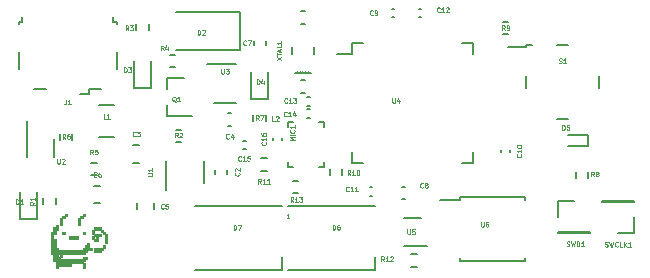
<source format=gto>
G04 #@! TF.GenerationSoftware,KiCad,Pcbnew,5.1.10-88a1d61d58~90~ubuntu20.04.1*
G04 #@! TF.CreationDate,2022-01-29T20:14:16-05:00*
G04 #@! TF.ProjectId,slg,736c672e-6b69-4636-9164-5f7063625858,v1.0*
G04 #@! TF.SameCoordinates,Original*
G04 #@! TF.FileFunction,Legend,Top*
G04 #@! TF.FilePolarity,Positive*
%FSLAX46Y46*%
G04 Gerber Fmt 4.6, Leading zero omitted, Abs format (unit mm)*
G04 Created by KiCad (PCBNEW 5.1.10-88a1d61d58~90~ubuntu20.04.1) date 2022-01-29 20:14:16*
%MOMM*%
%LPD*%
G01*
G04 APERTURE LIST*
%ADD10C,0.010000*%
%ADD11C,0.152400*%
%ADD12C,0.100000*%
%ADD13R,1.700000X1.700000*%
%ADD14R,1.500000X1.000000*%
%ADD15R,1.900000X1.100000*%
%ADD16R,0.650000X0.400000*%
%ADD17R,1.060000X0.650000*%
%ADD18R,1.450000X1.750000*%
%ADD19R,0.300000X0.750000*%
%ADD20R,0.650000X1.060000*%
%ADD21R,1.550000X1.300000*%
%ADD22R,0.900000X0.800000*%
%ADD23R,0.600000X0.522000*%
%ADD24C,0.325000*%
%ADD25C,0.300000*%
%ADD26O,0.800000X0.800000*%
%ADD27O,1.150000X1.800000*%
%ADD28O,1.450000X2.000000*%
%ADD29R,0.450000X1.300000*%
%ADD30R,0.800000X0.800000*%
%ADD31R,2.500000X1.800000*%
G04 APERTURE END LIST*
D10*
G36*
X44894500Y-43370500D02*
G01*
X44704000Y-43370500D01*
X44704000Y-43180000D01*
X44894500Y-43180000D01*
X44894500Y-43370500D01*
G37*
X44894500Y-43370500D02*
X44704000Y-43370500D01*
X44704000Y-43180000D01*
X44894500Y-43180000D01*
X44894500Y-43370500D01*
G36*
X44704000Y-43561000D02*
G01*
X44513500Y-43561000D01*
X44513500Y-43370500D01*
X44704000Y-43370500D01*
X44704000Y-43561000D01*
G37*
X44704000Y-43561000D02*
X44513500Y-43561000D01*
X44513500Y-43370500D01*
X44704000Y-43370500D01*
X44704000Y-43561000D01*
G36*
X44513500Y-44132500D02*
G01*
X44323000Y-44132500D01*
X44323000Y-43561000D01*
X44513500Y-43561000D01*
X44513500Y-44132500D01*
G37*
X44513500Y-44132500D02*
X44323000Y-44132500D01*
X44323000Y-43561000D01*
X44513500Y-43561000D01*
X44513500Y-44132500D01*
G36*
X43370500Y-43370500D02*
G01*
X43180000Y-43370500D01*
X43180000Y-43180000D01*
X43370500Y-43180000D01*
X43370500Y-43370500D01*
G37*
X43370500Y-43370500D02*
X43180000Y-43370500D01*
X43180000Y-43180000D01*
X43370500Y-43180000D01*
X43370500Y-43370500D01*
G36*
X43180000Y-43561000D02*
G01*
X42989500Y-43561000D01*
X42989500Y-43370500D01*
X43180000Y-43370500D01*
X43180000Y-43561000D01*
G37*
X43180000Y-43561000D02*
X42989500Y-43561000D01*
X42989500Y-43370500D01*
X43180000Y-43370500D01*
X43180000Y-43561000D01*
G36*
X42989500Y-44132500D02*
G01*
X42799000Y-44132500D01*
X42799000Y-43561000D01*
X42989500Y-43561000D01*
X42989500Y-44132500D01*
G37*
X42989500Y-44132500D02*
X42799000Y-44132500D01*
X42799000Y-43561000D01*
X42989500Y-43561000D01*
X42989500Y-44132500D01*
G36*
X44894500Y-44894500D02*
G01*
X44704000Y-44894500D01*
X44704000Y-44704000D01*
X44894500Y-44704000D01*
X44894500Y-44894500D01*
G37*
X44894500Y-44894500D02*
X44704000Y-44894500D01*
X44704000Y-44704000D01*
X44894500Y-44704000D01*
X44894500Y-44894500D01*
G36*
X43180000Y-44894500D02*
G01*
X42989500Y-44894500D01*
X42989500Y-44704000D01*
X43180000Y-44704000D01*
X43180000Y-44894500D01*
G37*
X43180000Y-44894500D02*
X42989500Y-44894500D01*
X42989500Y-44704000D01*
X43180000Y-44704000D01*
X43180000Y-44894500D01*
G36*
X44323000Y-45275500D02*
G01*
X43561000Y-45275500D01*
X43561000Y-45085000D01*
X44323000Y-45085000D01*
X44323000Y-45275500D01*
G37*
X44323000Y-45275500D02*
X43561000Y-45275500D01*
X43561000Y-45085000D01*
X44323000Y-45085000D01*
X44323000Y-45275500D01*
G36*
X46228000Y-44513500D02*
G01*
X45656500Y-44513500D01*
X45656500Y-44323000D01*
X46228000Y-44323000D01*
X46228000Y-44513500D01*
G37*
X46228000Y-44513500D02*
X45656500Y-44513500D01*
X45656500Y-44323000D01*
X46228000Y-44323000D01*
X46228000Y-44513500D01*
G36*
X46418500Y-44704000D02*
G01*
X46228000Y-44704000D01*
X46228000Y-44513500D01*
X46418500Y-44513500D01*
X46418500Y-44704000D01*
G37*
X46418500Y-44704000D02*
X46228000Y-44704000D01*
X46228000Y-44513500D01*
X46418500Y-44513500D01*
X46418500Y-44704000D01*
G36*
X45656500Y-44894500D02*
G01*
X45466000Y-44894500D01*
X45466000Y-44513500D01*
X45656500Y-44513500D01*
X45656500Y-44894500D01*
G37*
X45656500Y-44894500D02*
X45466000Y-44894500D01*
X45466000Y-44513500D01*
X45656500Y-44513500D01*
X45656500Y-44894500D01*
G36*
X46609000Y-44894500D02*
G01*
X46418500Y-44894500D01*
X46418500Y-44704000D01*
X46609000Y-44704000D01*
X46609000Y-44894500D01*
G37*
X46609000Y-44894500D02*
X46418500Y-44894500D01*
X46418500Y-44704000D01*
X46609000Y-44704000D01*
X46609000Y-44894500D01*
G36*
X46228000Y-45085000D02*
G01*
X46037500Y-45085000D01*
X46037500Y-45466000D01*
X45656500Y-45466000D01*
X45656500Y-45275500D01*
X45466000Y-45275500D01*
X45466000Y-45085000D01*
X45656500Y-45085000D01*
X45656500Y-45275500D01*
X45847000Y-45275500D01*
X45847000Y-45085000D01*
X45656500Y-45085000D01*
X45656500Y-44894500D01*
X46228000Y-44894500D01*
X46228000Y-45085000D01*
G37*
X46228000Y-45085000D02*
X46037500Y-45085000D01*
X46037500Y-45466000D01*
X45656500Y-45466000D01*
X45656500Y-45275500D01*
X45466000Y-45275500D01*
X45466000Y-45085000D01*
X45656500Y-45085000D01*
X45656500Y-45275500D01*
X45847000Y-45275500D01*
X45847000Y-45085000D01*
X45656500Y-45085000D01*
X45656500Y-44894500D01*
X46228000Y-44894500D01*
X46228000Y-45085000D01*
G36*
X46799500Y-45656500D02*
G01*
X46609000Y-45656500D01*
X46609000Y-44894500D01*
X46799500Y-44894500D01*
X46799500Y-45656500D01*
G37*
X46799500Y-45656500D02*
X46609000Y-45656500D01*
X46609000Y-44894500D01*
X46799500Y-44894500D01*
X46799500Y-45656500D01*
G36*
X46609000Y-46037500D02*
G01*
X46418500Y-46037500D01*
X46418500Y-45847000D01*
X46609000Y-45847000D01*
X46609000Y-46037500D01*
G37*
X46609000Y-46037500D02*
X46418500Y-46037500D01*
X46418500Y-45847000D01*
X46609000Y-45847000D01*
X46609000Y-46037500D01*
G36*
X46418500Y-46228000D02*
G01*
X46228000Y-46228000D01*
X46228000Y-46418500D01*
X45656500Y-46418500D01*
X45656500Y-46037500D01*
X46418500Y-46037500D01*
X46418500Y-46228000D01*
G37*
X46418500Y-46228000D02*
X46228000Y-46228000D01*
X46228000Y-46418500D01*
X45656500Y-46418500D01*
X45656500Y-46037500D01*
X46418500Y-46037500D01*
X46418500Y-46228000D01*
G36*
X42608500Y-44513500D02*
G01*
X42418000Y-44513500D01*
X42418000Y-44894500D01*
X42227500Y-44894500D01*
X42227500Y-45275500D01*
X42418000Y-45275500D01*
X42418000Y-46037500D01*
X42608500Y-46037500D01*
X42608500Y-46228000D01*
X44704000Y-46228000D01*
X44704000Y-46037500D01*
X44894500Y-46037500D01*
X44894500Y-45847000D01*
X45085000Y-45847000D01*
X45085000Y-45656500D01*
X45275500Y-45656500D01*
X45275500Y-46037500D01*
X45466000Y-46037500D01*
X45466000Y-46228000D01*
X45085000Y-46228000D01*
X45085000Y-46418500D01*
X44894500Y-46418500D01*
X44894500Y-46609000D01*
X42989500Y-46609000D01*
X42989500Y-46799500D01*
X42799000Y-46799500D01*
X42799000Y-46990000D01*
X44704000Y-46990000D01*
X44704000Y-46799500D01*
X45085000Y-46799500D01*
X45085000Y-46990000D01*
X44894500Y-46990000D01*
X44894500Y-47180500D01*
X44704000Y-47180500D01*
X44704000Y-47371000D01*
X43751500Y-47371000D01*
X43751500Y-47561500D01*
X42608500Y-47561500D01*
X42608500Y-47752000D01*
X42418000Y-47752000D01*
X42418000Y-47180500D01*
X42227500Y-47180500D01*
X42227500Y-46609000D01*
X42608500Y-46609000D01*
X42608500Y-46799500D01*
X42799000Y-46799500D01*
X42799000Y-46609000D01*
X42608500Y-46609000D01*
X42227500Y-46609000D01*
X42037000Y-46609000D01*
X42037000Y-44704000D01*
X42227500Y-44704000D01*
X42227500Y-44323000D01*
X42418000Y-44323000D01*
X42418000Y-44132500D01*
X42608500Y-44132500D01*
X42608500Y-44513500D01*
G37*
X42608500Y-44513500D02*
X42418000Y-44513500D01*
X42418000Y-44894500D01*
X42227500Y-44894500D01*
X42227500Y-45275500D01*
X42418000Y-45275500D01*
X42418000Y-46037500D01*
X42608500Y-46037500D01*
X42608500Y-46228000D01*
X44704000Y-46228000D01*
X44704000Y-46037500D01*
X44894500Y-46037500D01*
X44894500Y-45847000D01*
X45085000Y-45847000D01*
X45085000Y-45656500D01*
X45275500Y-45656500D01*
X45275500Y-46037500D01*
X45466000Y-46037500D01*
X45466000Y-46228000D01*
X45085000Y-46228000D01*
X45085000Y-46418500D01*
X44894500Y-46418500D01*
X44894500Y-46609000D01*
X42989500Y-46609000D01*
X42989500Y-46799500D01*
X42799000Y-46799500D01*
X42799000Y-46990000D01*
X44704000Y-46990000D01*
X44704000Y-46799500D01*
X45085000Y-46799500D01*
X45085000Y-46990000D01*
X44894500Y-46990000D01*
X44894500Y-47180500D01*
X44704000Y-47180500D01*
X44704000Y-47371000D01*
X43751500Y-47371000D01*
X43751500Y-47561500D01*
X42608500Y-47561500D01*
X42608500Y-47752000D01*
X42418000Y-47752000D01*
X42418000Y-47180500D01*
X42227500Y-47180500D01*
X42227500Y-46609000D01*
X42608500Y-46609000D01*
X42608500Y-46799500D01*
X42799000Y-46799500D01*
X42799000Y-46609000D01*
X42608500Y-46609000D01*
X42227500Y-46609000D01*
X42037000Y-46609000D01*
X42037000Y-44704000D01*
X42227500Y-44704000D01*
X42227500Y-44323000D01*
X42418000Y-44323000D01*
X42418000Y-44132500D01*
X42608500Y-44132500D01*
X42608500Y-44513500D01*
G36*
X44894500Y-47752000D02*
G01*
X44704000Y-47752000D01*
X44704000Y-47371000D01*
X44894500Y-47371000D01*
X44894500Y-47752000D01*
G37*
X44894500Y-47752000D02*
X44704000Y-47752000D01*
X44704000Y-47371000D01*
X44894500Y-47371000D01*
X44894500Y-47752000D01*
D11*
X79375000Y-47197500D02*
X82122500Y-47197500D01*
X82122500Y-47197500D02*
X82122500Y-46915000D01*
X79375000Y-47197500D02*
X76627500Y-47197500D01*
X76627500Y-47197500D02*
X76627500Y-46915000D01*
X79375000Y-41702500D02*
X82122500Y-41702500D01*
X82122500Y-41702500D02*
X82122500Y-41985000D01*
X79375000Y-41702500D02*
X76627500Y-41702500D01*
X76627500Y-41702500D02*
X76627500Y-41985000D01*
X76627500Y-41985000D02*
X74975000Y-41985000D01*
X76804000Y-38892000D02*
X77754000Y-38892000D01*
X77754000Y-38892000D02*
X77754000Y-37942000D01*
X68484000Y-38892000D02*
X67534000Y-38892000D01*
X67534000Y-38892000D02*
X67534000Y-37942000D01*
X76804000Y-28672000D02*
X77754000Y-28672000D01*
X77754000Y-28672000D02*
X77754000Y-29622000D01*
X68484000Y-28672000D02*
X67534000Y-28672000D01*
X67534000Y-28672000D02*
X67534000Y-29622000D01*
X67534000Y-29622000D02*
X66244000Y-29622000D01*
X84966500Y-44764000D02*
X87626500Y-44764000D01*
X84966500Y-44704000D02*
X84966500Y-44764000D01*
X87626500Y-44704000D02*
X87626500Y-44764000D01*
X84966500Y-44704000D02*
X87626500Y-44704000D01*
X84966500Y-43434000D02*
X84966500Y-42104000D01*
X84966500Y-42104000D02*
X86296500Y-42104000D01*
X54262000Y-42462000D02*
X61562000Y-42462000D01*
X54262000Y-47962000D02*
X61562000Y-47962000D01*
X61562000Y-47962000D02*
X61562000Y-46812000D01*
X59180000Y-28842580D02*
X59180000Y-28561420D01*
X60200000Y-28842580D02*
X60200000Y-28561420D01*
X62673000Y-31237000D02*
X64073000Y-31237000D01*
X64273000Y-29337000D02*
X64273000Y-29637000D01*
X64273000Y-29337000D02*
X64273000Y-29037000D01*
X62473000Y-29337000D02*
X62473000Y-29637000D01*
X62473000Y-29337000D02*
X62473000Y-29037000D01*
X71944000Y-45864000D02*
X73844000Y-45864000D01*
X73344000Y-43544000D02*
X71944000Y-43544000D01*
X55869000Y-33741000D02*
X57669000Y-33741000D01*
X57669000Y-30521000D02*
X55219000Y-30521000D01*
X40023000Y-35330000D02*
X40023000Y-38330000D01*
X42273000Y-36830000D02*
X42273000Y-38330000D01*
X54950000Y-40524000D02*
X54950000Y-38724000D01*
X51730000Y-38724000D02*
X51730000Y-41174000D01*
X91373000Y-42104000D02*
X88713000Y-42104000D01*
X91373000Y-42164000D02*
X91373000Y-42104000D01*
X88713000Y-42164000D02*
X88713000Y-42104000D01*
X91373000Y-42164000D02*
X88713000Y-42164000D01*
X91373000Y-43434000D02*
X91373000Y-44764000D01*
X91373000Y-44764000D02*
X90043000Y-44764000D01*
X82744000Y-28904000D02*
X82244000Y-28904000D01*
X82244000Y-28904000D02*
X82244000Y-29004000D01*
X82244000Y-29004000D02*
X81944000Y-29004000D01*
X81944000Y-29004000D02*
X80744000Y-29004000D01*
X85344000Y-28904000D02*
X84844000Y-28904000D01*
X85344000Y-28904000D02*
X85844000Y-28904000D01*
X85344000Y-35104000D02*
X85844000Y-35104000D01*
X85344000Y-35104000D02*
X84844000Y-35104000D01*
X88444000Y-32004000D02*
X88444000Y-32504000D01*
X88444000Y-32004000D02*
X88444000Y-31504000D01*
X82244000Y-32004000D02*
X82244000Y-32504000D01*
X82244000Y-32004000D02*
X82244000Y-31504000D01*
X62500742Y-40371500D02*
X62975258Y-40371500D01*
X62500742Y-41416500D02*
X62975258Y-41416500D01*
X72533742Y-46594500D02*
X73008258Y-46594500D01*
X72533742Y-47639500D02*
X73008258Y-47639500D01*
X60308258Y-39511500D02*
X59833742Y-39511500D01*
X60308258Y-38466500D02*
X59833742Y-38466500D01*
X65644500Y-39861258D02*
X65644500Y-39386742D01*
X66689500Y-39861258D02*
X66689500Y-39386742D01*
X80280742Y-26909500D02*
X80755258Y-26909500D01*
X80280742Y-27954500D02*
X80755258Y-27954500D01*
X87517500Y-39640742D02*
X87517500Y-40115258D01*
X86472500Y-39640742D02*
X86472500Y-40115258D01*
X60212500Y-34814742D02*
X60212500Y-35289258D01*
X59167500Y-34814742D02*
X59167500Y-35289258D01*
X42784500Y-36402742D02*
X42784500Y-36877258D01*
X43829500Y-36402742D02*
X43829500Y-36877258D01*
X45419742Y-38847500D02*
X45894258Y-38847500D01*
X45419742Y-39892500D02*
X45894258Y-39892500D01*
X52086742Y-29703500D02*
X52561258Y-29703500D01*
X52086742Y-30748500D02*
X52561258Y-30748500D01*
X49261500Y-27606258D02*
X49261500Y-27131742D01*
X50306500Y-27606258D02*
X50306500Y-27131742D01*
X53069258Y-37098500D02*
X52594742Y-37098500D01*
X53069258Y-36053500D02*
X52594742Y-36053500D01*
X41387500Y-42338258D02*
X41387500Y-41863742D01*
X42432500Y-42338258D02*
X42432500Y-41863742D01*
X51818000Y-31694000D02*
X51818000Y-32624000D01*
X51818000Y-34854000D02*
X51818000Y-33924000D01*
X51818000Y-34854000D02*
X53978000Y-34854000D01*
X51818000Y-31694000D02*
X53278000Y-31694000D01*
X65127000Y-35776000D02*
X65127000Y-35376000D01*
X65127000Y-35376000D02*
X64727000Y-35376000D01*
X62127000Y-35776000D02*
X62127000Y-35376000D01*
X62127000Y-35376000D02*
X62527000Y-35376000D01*
X64727000Y-39176000D02*
X65127000Y-39176000D01*
X65127000Y-39176000D02*
X65127000Y-38776000D01*
X62527000Y-39176000D02*
X62127000Y-39176000D01*
X62127000Y-39176000D02*
X62127000Y-38776000D01*
X46133936Y-33946000D02*
X47338064Y-33946000D01*
X46133936Y-36666000D02*
X47338064Y-36666000D01*
X47584000Y-30876000D02*
X47584000Y-29476000D01*
X47584000Y-27076000D02*
X47584000Y-26926000D01*
X47584000Y-26926000D02*
X47284000Y-26926000D01*
X47284000Y-26926000D02*
X47284000Y-26476000D01*
X39584000Y-26476000D02*
X39584000Y-26926000D01*
X39584000Y-26926000D02*
X39284000Y-26926000D01*
X39284000Y-26926000D02*
X39284000Y-27076000D01*
X39284000Y-29476000D02*
X39284000Y-30876000D01*
X44509000Y-33051000D02*
X45234000Y-33051000D01*
X45234000Y-33051000D02*
X45234000Y-32626000D01*
X45234000Y-32626000D02*
X46234000Y-32626000D01*
X41634000Y-32626000D02*
X40634000Y-32626000D01*
X62136000Y-42462000D02*
X69436000Y-42462000D01*
X62136000Y-47962000D02*
X69436000Y-47962000D01*
X69436000Y-47962000D02*
X69436000Y-46812000D01*
X87333000Y-37457000D02*
X85833000Y-37457000D01*
X87333000Y-37457000D02*
X87433000Y-37457000D01*
X87433000Y-37457000D02*
X87533000Y-37457000D01*
X87533000Y-37457000D02*
X87533000Y-37257000D01*
X87533000Y-37257000D02*
X87533000Y-36457000D01*
X87533000Y-36457000D02*
X85833000Y-36457000D01*
X58955000Y-31178500D02*
X58955000Y-33463500D01*
X58955000Y-33463500D02*
X60425000Y-33463500D01*
X60425000Y-33463500D02*
X60425000Y-31178500D01*
X49049000Y-30188000D02*
X49049000Y-32473000D01*
X49049000Y-32473000D02*
X50519000Y-32473000D01*
X50519000Y-32473000D02*
X50519000Y-30188000D01*
X58010000Y-29336000D02*
X58010000Y-26036000D01*
X58010000Y-26036000D02*
X52610000Y-26036000D01*
X58010000Y-29336000D02*
X52610000Y-29336000D01*
X39397000Y-41338500D02*
X39397000Y-43623500D01*
X39397000Y-43623500D02*
X40867000Y-43623500D01*
X40867000Y-43623500D02*
X40867000Y-41338500D01*
X63513580Y-27053000D02*
X63232420Y-27053000D01*
X63513580Y-26033000D02*
X63232420Y-26033000D01*
X63232420Y-31875000D02*
X63513580Y-31875000D01*
X63232420Y-32895000D02*
X63513580Y-32895000D01*
X60854000Y-36937836D02*
X60854000Y-36722164D01*
X61574000Y-36937836D02*
X61574000Y-36722164D01*
X58499836Y-37698000D02*
X58284164Y-37698000D01*
X58499836Y-36978000D02*
X58284164Y-36978000D01*
X63960836Y-35031000D02*
X63745164Y-35031000D01*
X63960836Y-34311000D02*
X63745164Y-34311000D01*
X63745164Y-33295000D02*
X63960836Y-33295000D01*
X63745164Y-34015000D02*
X63960836Y-34015000D01*
X73171164Y-25802000D02*
X73386836Y-25802000D01*
X73171164Y-26522000D02*
X73386836Y-26522000D01*
X69223836Y-41635000D02*
X69008164Y-41635000D01*
X69223836Y-40915000D02*
X69008164Y-40915000D01*
X80878000Y-37738164D02*
X80878000Y-37953836D01*
X80158000Y-37738164D02*
X80158000Y-37953836D01*
X71100836Y-26522000D02*
X70885164Y-26522000D01*
X71100836Y-25802000D02*
X70885164Y-25802000D01*
X71741420Y-40892000D02*
X72022580Y-40892000D01*
X71741420Y-41912000D02*
X72022580Y-41912000D01*
X45691248Y-40794000D02*
X46213752Y-40794000D01*
X45691248Y-42264000D02*
X46213752Y-42264000D01*
X50773000Y-42262248D02*
X50773000Y-42784752D01*
X49303000Y-42262248D02*
X49303000Y-42784752D01*
X57290580Y-35689000D02*
X57009420Y-35689000D01*
X57290580Y-34669000D02*
X57009420Y-34669000D01*
X48993248Y-37365000D02*
X49515752Y-37365000D01*
X48993248Y-38835000D02*
X49515752Y-38835000D01*
X56898000Y-39483420D02*
X56898000Y-39764580D01*
X55878000Y-39483420D02*
X55878000Y-39764580D01*
D12*
X78435238Y-43849952D02*
X78435238Y-44173761D01*
X78454285Y-44211857D01*
X78473333Y-44230904D01*
X78511428Y-44249952D01*
X78587619Y-44249952D01*
X78625714Y-44230904D01*
X78644761Y-44211857D01*
X78663809Y-44173761D01*
X78663809Y-43849952D01*
X79025714Y-43849952D02*
X78949523Y-43849952D01*
X78911428Y-43869000D01*
X78892380Y-43888047D01*
X78854285Y-43945190D01*
X78835238Y-44021380D01*
X78835238Y-44173761D01*
X78854285Y-44211857D01*
X78873333Y-44230904D01*
X78911428Y-44249952D01*
X78987619Y-44249952D01*
X79025714Y-44230904D01*
X79044761Y-44211857D01*
X79063809Y-44173761D01*
X79063809Y-44078523D01*
X79044761Y-44040428D01*
X79025714Y-44021380D01*
X78987619Y-44002333D01*
X78911428Y-44002333D01*
X78873333Y-44021380D01*
X78854285Y-44040428D01*
X78835238Y-44078523D01*
X70942238Y-33372452D02*
X70942238Y-33696261D01*
X70961285Y-33734357D01*
X70980333Y-33753404D01*
X71018428Y-33772452D01*
X71094619Y-33772452D01*
X71132714Y-33753404D01*
X71151761Y-33734357D01*
X71170809Y-33696261D01*
X71170809Y-33372452D01*
X71532714Y-33505785D02*
X71532714Y-33772452D01*
X71437476Y-33353404D02*
X71342238Y-33639119D01*
X71589857Y-33639119D01*
X85690166Y-45881904D02*
X85747309Y-45900952D01*
X85842547Y-45900952D01*
X85880642Y-45881904D01*
X85899690Y-45862857D01*
X85918738Y-45824761D01*
X85918738Y-45786666D01*
X85899690Y-45748571D01*
X85880642Y-45729523D01*
X85842547Y-45710476D01*
X85766357Y-45691428D01*
X85728261Y-45672380D01*
X85709214Y-45653333D01*
X85690166Y-45615238D01*
X85690166Y-45577142D01*
X85709214Y-45539047D01*
X85728261Y-45520000D01*
X85766357Y-45500952D01*
X85861595Y-45500952D01*
X85918738Y-45520000D01*
X86052071Y-45500952D02*
X86147309Y-45900952D01*
X86223500Y-45615238D01*
X86299690Y-45900952D01*
X86394928Y-45500952D01*
X86547309Y-45900952D02*
X86547309Y-45500952D01*
X86642547Y-45500952D01*
X86699690Y-45520000D01*
X86737785Y-45558095D01*
X86756833Y-45596190D01*
X86775880Y-45672380D01*
X86775880Y-45729523D01*
X86756833Y-45805714D01*
X86737785Y-45843809D01*
X86699690Y-45881904D01*
X86642547Y-45900952D01*
X86547309Y-45900952D01*
X87156833Y-45900952D02*
X86928261Y-45900952D01*
X87042547Y-45900952D02*
X87042547Y-45500952D01*
X87004452Y-45558095D01*
X86966357Y-45596190D01*
X86928261Y-45615238D01*
X57489761Y-44503952D02*
X57489761Y-44103952D01*
X57585000Y-44103952D01*
X57642142Y-44123000D01*
X57680238Y-44161095D01*
X57699285Y-44199190D01*
X57718333Y-44275380D01*
X57718333Y-44332523D01*
X57699285Y-44408714D01*
X57680238Y-44446809D01*
X57642142Y-44484904D01*
X57585000Y-44503952D01*
X57489761Y-44503952D01*
X57851666Y-44103952D02*
X58118333Y-44103952D01*
X57946904Y-44503952D01*
X58543833Y-28844857D02*
X58524785Y-28863904D01*
X58467642Y-28882952D01*
X58429547Y-28882952D01*
X58372404Y-28863904D01*
X58334309Y-28825809D01*
X58315261Y-28787714D01*
X58296214Y-28711523D01*
X58296214Y-28654380D01*
X58315261Y-28578190D01*
X58334309Y-28540095D01*
X58372404Y-28502000D01*
X58429547Y-28482952D01*
X58467642Y-28482952D01*
X58524785Y-28502000D01*
X58543833Y-28521047D01*
X58677166Y-28482952D02*
X58943833Y-28482952D01*
X58772404Y-28882952D01*
X61123952Y-30146523D02*
X61523952Y-29879857D01*
X61123952Y-29879857D02*
X61523952Y-30146523D01*
X61123952Y-29784619D02*
X61123952Y-29556047D01*
X61523952Y-29670333D02*
X61123952Y-29670333D01*
X61409666Y-29441761D02*
X61409666Y-29251285D01*
X61523952Y-29479857D02*
X61123952Y-29346523D01*
X61523952Y-29213190D01*
X61523952Y-28889380D02*
X61523952Y-29079857D01*
X61123952Y-29079857D01*
X61523952Y-28546523D02*
X61523952Y-28775095D01*
X61523952Y-28660809D02*
X61123952Y-28660809D01*
X61181095Y-28698904D01*
X61219190Y-28737000D01*
X61238238Y-28775095D01*
X72212238Y-44484952D02*
X72212238Y-44808761D01*
X72231285Y-44846857D01*
X72250333Y-44865904D01*
X72288428Y-44884952D01*
X72364619Y-44884952D01*
X72402714Y-44865904D01*
X72421761Y-44846857D01*
X72440809Y-44808761D01*
X72440809Y-44484952D01*
X72821761Y-44484952D02*
X72631285Y-44484952D01*
X72612238Y-44675428D01*
X72631285Y-44656380D01*
X72669380Y-44637333D01*
X72764619Y-44637333D01*
X72802714Y-44656380D01*
X72821761Y-44675428D01*
X72840809Y-44713523D01*
X72840809Y-44808761D01*
X72821761Y-44846857D01*
X72802714Y-44865904D01*
X72764619Y-44884952D01*
X72669380Y-44884952D01*
X72631285Y-44865904D01*
X72612238Y-44846857D01*
X56464238Y-30895952D02*
X56464238Y-31219761D01*
X56483285Y-31257857D01*
X56502333Y-31276904D01*
X56540428Y-31295952D01*
X56616619Y-31295952D01*
X56654714Y-31276904D01*
X56673761Y-31257857D01*
X56692809Y-31219761D01*
X56692809Y-30895952D01*
X56845190Y-30895952D02*
X57092809Y-30895952D01*
X56959476Y-31048333D01*
X57016619Y-31048333D01*
X57054714Y-31067380D01*
X57073761Y-31086428D01*
X57092809Y-31124523D01*
X57092809Y-31219761D01*
X57073761Y-31257857D01*
X57054714Y-31276904D01*
X57016619Y-31295952D01*
X56902333Y-31295952D01*
X56864238Y-31276904D01*
X56845190Y-31257857D01*
X42557738Y-38515952D02*
X42557738Y-38839761D01*
X42576785Y-38877857D01*
X42595833Y-38896904D01*
X42633928Y-38915952D01*
X42710119Y-38915952D01*
X42748214Y-38896904D01*
X42767261Y-38877857D01*
X42786309Y-38839761D01*
X42786309Y-38515952D01*
X42957738Y-38554047D02*
X42976785Y-38535000D01*
X43014880Y-38515952D01*
X43110119Y-38515952D01*
X43148214Y-38535000D01*
X43167261Y-38554047D01*
X43186309Y-38592142D01*
X43186309Y-38630238D01*
X43167261Y-38687380D01*
X42938690Y-38915952D01*
X43186309Y-38915952D01*
X50220952Y-39928761D02*
X50544761Y-39928761D01*
X50582857Y-39909714D01*
X50601904Y-39890666D01*
X50620952Y-39852571D01*
X50620952Y-39776380D01*
X50601904Y-39738285D01*
X50582857Y-39719238D01*
X50544761Y-39700190D01*
X50220952Y-39700190D01*
X50620952Y-39300190D02*
X50620952Y-39528761D01*
X50620952Y-39414476D02*
X50220952Y-39414476D01*
X50278095Y-39452571D01*
X50316190Y-39490666D01*
X50335238Y-39528761D01*
X88947761Y-45925904D02*
X89004904Y-45944952D01*
X89100142Y-45944952D01*
X89138238Y-45925904D01*
X89157285Y-45906857D01*
X89176333Y-45868761D01*
X89176333Y-45830666D01*
X89157285Y-45792571D01*
X89138238Y-45773523D01*
X89100142Y-45754476D01*
X89023952Y-45735428D01*
X88985857Y-45716380D01*
X88966809Y-45697333D01*
X88947761Y-45659238D01*
X88947761Y-45621142D01*
X88966809Y-45583047D01*
X88985857Y-45564000D01*
X89023952Y-45544952D01*
X89119190Y-45544952D01*
X89176333Y-45564000D01*
X89309666Y-45544952D02*
X89404904Y-45944952D01*
X89481095Y-45659238D01*
X89557285Y-45944952D01*
X89652523Y-45544952D01*
X90033476Y-45906857D02*
X90014428Y-45925904D01*
X89957285Y-45944952D01*
X89919190Y-45944952D01*
X89862047Y-45925904D01*
X89823952Y-45887809D01*
X89804904Y-45849714D01*
X89785857Y-45773523D01*
X89785857Y-45716380D01*
X89804904Y-45640190D01*
X89823952Y-45602095D01*
X89862047Y-45564000D01*
X89919190Y-45544952D01*
X89957285Y-45544952D01*
X90014428Y-45564000D01*
X90033476Y-45583047D01*
X90395380Y-45944952D02*
X90204904Y-45944952D01*
X90204904Y-45544952D01*
X90528714Y-45944952D02*
X90528714Y-45544952D01*
X90757285Y-45944952D02*
X90585857Y-45716380D01*
X90757285Y-45544952D02*
X90528714Y-45773523D01*
X91138238Y-45944952D02*
X90909666Y-45944952D01*
X91023952Y-45944952D02*
X91023952Y-45544952D01*
X90985857Y-45602095D01*
X90947761Y-45640190D01*
X90909666Y-45659238D01*
X85039238Y-30387904D02*
X85096380Y-30406952D01*
X85191619Y-30406952D01*
X85229714Y-30387904D01*
X85248761Y-30368857D01*
X85267809Y-30330761D01*
X85267809Y-30292666D01*
X85248761Y-30254571D01*
X85229714Y-30235523D01*
X85191619Y-30216476D01*
X85115428Y-30197428D01*
X85077333Y-30178380D01*
X85058285Y-30159333D01*
X85039238Y-30121238D01*
X85039238Y-30083142D01*
X85058285Y-30045047D01*
X85077333Y-30026000D01*
X85115428Y-30006952D01*
X85210666Y-30006952D01*
X85267809Y-30026000D01*
X85648761Y-30406952D02*
X85420190Y-30406952D01*
X85534476Y-30406952D02*
X85534476Y-30006952D01*
X85496380Y-30064095D01*
X85458285Y-30102190D01*
X85420190Y-30121238D01*
X62544357Y-42154452D02*
X62411023Y-41963976D01*
X62315785Y-42154452D02*
X62315785Y-41754452D01*
X62468166Y-41754452D01*
X62506261Y-41773500D01*
X62525309Y-41792547D01*
X62544357Y-41830642D01*
X62544357Y-41887785D01*
X62525309Y-41925880D01*
X62506261Y-41944928D01*
X62468166Y-41963976D01*
X62315785Y-41963976D01*
X62925309Y-42154452D02*
X62696738Y-42154452D01*
X62811023Y-42154452D02*
X62811023Y-41754452D01*
X62772928Y-41811595D01*
X62734833Y-41849690D01*
X62696738Y-41868738D01*
X63058642Y-41754452D02*
X63306261Y-41754452D01*
X63172928Y-41906833D01*
X63230071Y-41906833D01*
X63268166Y-41925880D01*
X63287214Y-41944928D01*
X63306261Y-41983023D01*
X63306261Y-42078261D01*
X63287214Y-42116357D01*
X63268166Y-42135404D01*
X63230071Y-42154452D01*
X63115785Y-42154452D01*
X63077690Y-42135404D01*
X63058642Y-42116357D01*
X70227857Y-47170952D02*
X70094523Y-46980476D01*
X69999285Y-47170952D02*
X69999285Y-46770952D01*
X70151666Y-46770952D01*
X70189761Y-46790000D01*
X70208809Y-46809047D01*
X70227857Y-46847142D01*
X70227857Y-46904285D01*
X70208809Y-46942380D01*
X70189761Y-46961428D01*
X70151666Y-46980476D01*
X69999285Y-46980476D01*
X70608809Y-47170952D02*
X70380238Y-47170952D01*
X70494523Y-47170952D02*
X70494523Y-46770952D01*
X70456428Y-46828095D01*
X70418333Y-46866190D01*
X70380238Y-46885238D01*
X70761190Y-46809047D02*
X70780238Y-46790000D01*
X70818333Y-46770952D01*
X70913571Y-46770952D01*
X70951666Y-46790000D01*
X70970714Y-46809047D01*
X70989761Y-46847142D01*
X70989761Y-46885238D01*
X70970714Y-46942380D01*
X70742142Y-47170952D01*
X70989761Y-47170952D01*
X59813857Y-40599952D02*
X59680523Y-40409476D01*
X59585285Y-40599952D02*
X59585285Y-40199952D01*
X59737666Y-40199952D01*
X59775761Y-40219000D01*
X59794809Y-40238047D01*
X59813857Y-40276142D01*
X59813857Y-40333285D01*
X59794809Y-40371380D01*
X59775761Y-40390428D01*
X59737666Y-40409476D01*
X59585285Y-40409476D01*
X60194809Y-40599952D02*
X59966238Y-40599952D01*
X60080523Y-40599952D02*
X60080523Y-40199952D01*
X60042428Y-40257095D01*
X60004333Y-40295190D01*
X59966238Y-40314238D01*
X60575761Y-40599952D02*
X60347190Y-40599952D01*
X60461476Y-40599952D02*
X60461476Y-40199952D01*
X60423380Y-40257095D01*
X60385285Y-40295190D01*
X60347190Y-40314238D01*
X67370357Y-39868452D02*
X67237023Y-39677976D01*
X67141785Y-39868452D02*
X67141785Y-39468452D01*
X67294166Y-39468452D01*
X67332261Y-39487500D01*
X67351309Y-39506547D01*
X67370357Y-39544642D01*
X67370357Y-39601785D01*
X67351309Y-39639880D01*
X67332261Y-39658928D01*
X67294166Y-39677976D01*
X67141785Y-39677976D01*
X67751309Y-39868452D02*
X67522738Y-39868452D01*
X67637023Y-39868452D02*
X67637023Y-39468452D01*
X67598928Y-39525595D01*
X67560833Y-39563690D01*
X67522738Y-39582738D01*
X67998928Y-39468452D02*
X68037023Y-39468452D01*
X68075119Y-39487500D01*
X68094166Y-39506547D01*
X68113214Y-39544642D01*
X68132261Y-39620833D01*
X68132261Y-39716071D01*
X68113214Y-39792261D01*
X68094166Y-39830357D01*
X68075119Y-39849404D01*
X68037023Y-39868452D01*
X67998928Y-39868452D01*
X67960833Y-39849404D01*
X67941785Y-39830357D01*
X67922738Y-39792261D01*
X67903690Y-39716071D01*
X67903690Y-39620833D01*
X67922738Y-39544642D01*
X67941785Y-39506547D01*
X67960833Y-39487500D01*
X67998928Y-39468452D01*
X80451333Y-27612952D02*
X80318000Y-27422476D01*
X80222761Y-27612952D02*
X80222761Y-27212952D01*
X80375142Y-27212952D01*
X80413238Y-27232000D01*
X80432285Y-27251047D01*
X80451333Y-27289142D01*
X80451333Y-27346285D01*
X80432285Y-27384380D01*
X80413238Y-27403428D01*
X80375142Y-27422476D01*
X80222761Y-27422476D01*
X80641809Y-27612952D02*
X80718000Y-27612952D01*
X80756095Y-27593904D01*
X80775142Y-27574857D01*
X80813238Y-27517714D01*
X80832285Y-27441523D01*
X80832285Y-27289142D01*
X80813238Y-27251047D01*
X80794190Y-27232000D01*
X80756095Y-27212952D01*
X80679904Y-27212952D01*
X80641809Y-27232000D01*
X80622761Y-27251047D01*
X80603714Y-27289142D01*
X80603714Y-27384380D01*
X80622761Y-27422476D01*
X80641809Y-27441523D01*
X80679904Y-27460571D01*
X80756095Y-27460571D01*
X80794190Y-27441523D01*
X80813238Y-27422476D01*
X80832285Y-27384380D01*
X88007833Y-39995452D02*
X87874500Y-39804976D01*
X87779261Y-39995452D02*
X87779261Y-39595452D01*
X87931642Y-39595452D01*
X87969738Y-39614500D01*
X87988785Y-39633547D01*
X88007833Y-39671642D01*
X88007833Y-39728785D01*
X87988785Y-39766880D01*
X87969738Y-39785928D01*
X87931642Y-39804976D01*
X87779261Y-39804976D01*
X88236404Y-39766880D02*
X88198309Y-39747833D01*
X88179261Y-39728785D01*
X88160214Y-39690690D01*
X88160214Y-39671642D01*
X88179261Y-39633547D01*
X88198309Y-39614500D01*
X88236404Y-39595452D01*
X88312595Y-39595452D01*
X88350690Y-39614500D01*
X88369738Y-39633547D01*
X88388785Y-39671642D01*
X88388785Y-39690690D01*
X88369738Y-39728785D01*
X88350690Y-39747833D01*
X88312595Y-39766880D01*
X88236404Y-39766880D01*
X88198309Y-39785928D01*
X88179261Y-39804976D01*
X88160214Y-39843071D01*
X88160214Y-39919261D01*
X88179261Y-39957357D01*
X88198309Y-39976404D01*
X88236404Y-39995452D01*
X88312595Y-39995452D01*
X88350690Y-39976404D01*
X88369738Y-39957357D01*
X88388785Y-39919261D01*
X88388785Y-39843071D01*
X88369738Y-39804976D01*
X88350690Y-39785928D01*
X88312595Y-39766880D01*
X59623333Y-35232952D02*
X59490000Y-35042476D01*
X59394761Y-35232952D02*
X59394761Y-34832952D01*
X59547142Y-34832952D01*
X59585238Y-34852000D01*
X59604285Y-34871047D01*
X59623333Y-34909142D01*
X59623333Y-34966285D01*
X59604285Y-35004380D01*
X59585238Y-35023428D01*
X59547142Y-35042476D01*
X59394761Y-35042476D01*
X59756666Y-34832952D02*
X60023333Y-34832952D01*
X59851904Y-35232952D01*
X43240333Y-36820952D02*
X43107000Y-36630476D01*
X43011761Y-36820952D02*
X43011761Y-36420952D01*
X43164142Y-36420952D01*
X43202238Y-36440000D01*
X43221285Y-36459047D01*
X43240333Y-36497142D01*
X43240333Y-36554285D01*
X43221285Y-36592380D01*
X43202238Y-36611428D01*
X43164142Y-36630476D01*
X43011761Y-36630476D01*
X43583190Y-36420952D02*
X43507000Y-36420952D01*
X43468904Y-36440000D01*
X43449857Y-36459047D01*
X43411761Y-36516190D01*
X43392714Y-36592380D01*
X43392714Y-36744761D01*
X43411761Y-36782857D01*
X43430809Y-36801904D01*
X43468904Y-36820952D01*
X43545095Y-36820952D01*
X43583190Y-36801904D01*
X43602238Y-36782857D01*
X43621285Y-36744761D01*
X43621285Y-36649523D01*
X43602238Y-36611428D01*
X43583190Y-36592380D01*
X43545095Y-36573333D01*
X43468904Y-36573333D01*
X43430809Y-36592380D01*
X43411761Y-36611428D01*
X43392714Y-36649523D01*
X45590333Y-38120952D02*
X45457000Y-37930476D01*
X45361761Y-38120952D02*
X45361761Y-37720952D01*
X45514142Y-37720952D01*
X45552238Y-37740000D01*
X45571285Y-37759047D01*
X45590333Y-37797142D01*
X45590333Y-37854285D01*
X45571285Y-37892380D01*
X45552238Y-37911428D01*
X45514142Y-37930476D01*
X45361761Y-37930476D01*
X45952238Y-37720952D02*
X45761761Y-37720952D01*
X45742714Y-37911428D01*
X45761761Y-37892380D01*
X45799857Y-37873333D01*
X45895095Y-37873333D01*
X45933190Y-37892380D01*
X45952238Y-37911428D01*
X45971285Y-37949523D01*
X45971285Y-38044761D01*
X45952238Y-38082857D01*
X45933190Y-38101904D01*
X45895095Y-38120952D01*
X45799857Y-38120952D01*
X45761761Y-38101904D01*
X45742714Y-38082857D01*
X51558833Y-29327452D02*
X51425500Y-29136976D01*
X51330261Y-29327452D02*
X51330261Y-28927452D01*
X51482642Y-28927452D01*
X51520738Y-28946500D01*
X51539785Y-28965547D01*
X51558833Y-29003642D01*
X51558833Y-29060785D01*
X51539785Y-29098880D01*
X51520738Y-29117928D01*
X51482642Y-29136976D01*
X51330261Y-29136976D01*
X51901690Y-29060785D02*
X51901690Y-29327452D01*
X51806452Y-28908404D02*
X51711214Y-29194119D01*
X51958833Y-29194119D01*
X48574333Y-27612952D02*
X48441000Y-27422476D01*
X48345761Y-27612952D02*
X48345761Y-27212952D01*
X48498142Y-27212952D01*
X48536238Y-27232000D01*
X48555285Y-27251047D01*
X48574333Y-27289142D01*
X48574333Y-27346285D01*
X48555285Y-27384380D01*
X48536238Y-27403428D01*
X48498142Y-27422476D01*
X48345761Y-27422476D01*
X48707666Y-27212952D02*
X48955285Y-27212952D01*
X48821952Y-27365333D01*
X48879095Y-27365333D01*
X48917190Y-27384380D01*
X48936238Y-27403428D01*
X48955285Y-27441523D01*
X48955285Y-27536761D01*
X48936238Y-27574857D01*
X48917190Y-27593904D01*
X48879095Y-27612952D01*
X48764809Y-27612952D01*
X48726714Y-27593904D01*
X48707666Y-27574857D01*
X52765333Y-36693452D02*
X52632000Y-36502976D01*
X52536761Y-36693452D02*
X52536761Y-36293452D01*
X52689142Y-36293452D01*
X52727238Y-36312500D01*
X52746285Y-36331547D01*
X52765333Y-36369642D01*
X52765333Y-36426785D01*
X52746285Y-36464880D01*
X52727238Y-36483928D01*
X52689142Y-36502976D01*
X52536761Y-36502976D01*
X52917714Y-36331547D02*
X52936761Y-36312500D01*
X52974857Y-36293452D01*
X53070095Y-36293452D01*
X53108190Y-36312500D01*
X53127238Y-36331547D01*
X53146285Y-36369642D01*
X53146285Y-36407738D01*
X53127238Y-36464880D01*
X52898666Y-36693452D01*
X53146285Y-36693452D01*
X40660952Y-42167666D02*
X40470476Y-42301000D01*
X40660952Y-42396238D02*
X40260952Y-42396238D01*
X40260952Y-42243857D01*
X40280000Y-42205761D01*
X40299047Y-42186714D01*
X40337142Y-42167666D01*
X40394285Y-42167666D01*
X40432380Y-42186714D01*
X40451428Y-42205761D01*
X40470476Y-42243857D01*
X40470476Y-42396238D01*
X40660952Y-41786714D02*
X40660952Y-42015285D01*
X40660952Y-41901000D02*
X40260952Y-41901000D01*
X40318095Y-41939095D01*
X40356190Y-41977190D01*
X40375238Y-42015285D01*
X52603404Y-33683547D02*
X52565309Y-33664500D01*
X52527214Y-33626404D01*
X52470071Y-33569261D01*
X52431976Y-33550214D01*
X52393880Y-33550214D01*
X52412928Y-33645452D02*
X52374833Y-33626404D01*
X52336738Y-33588309D01*
X52317690Y-33512119D01*
X52317690Y-33378785D01*
X52336738Y-33302595D01*
X52374833Y-33264500D01*
X52412928Y-33245452D01*
X52489119Y-33245452D01*
X52527214Y-33264500D01*
X52565309Y-33302595D01*
X52584357Y-33378785D01*
X52584357Y-33512119D01*
X52565309Y-33588309D01*
X52527214Y-33626404D01*
X52489119Y-33645452D01*
X52412928Y-33645452D01*
X52965309Y-33645452D02*
X52736738Y-33645452D01*
X52851023Y-33645452D02*
X52851023Y-33245452D01*
X52812928Y-33302595D01*
X52774833Y-33340690D01*
X52736738Y-33359738D01*
X62664952Y-36941047D02*
X62264952Y-36941047D01*
X62550666Y-36807714D01*
X62264952Y-36674380D01*
X62664952Y-36674380D01*
X62664952Y-36483904D02*
X62264952Y-36483904D01*
X62626857Y-36064857D02*
X62645904Y-36083904D01*
X62664952Y-36141047D01*
X62664952Y-36179142D01*
X62645904Y-36236285D01*
X62607809Y-36274380D01*
X62569714Y-36293428D01*
X62493523Y-36312476D01*
X62436380Y-36312476D01*
X62360190Y-36293428D01*
X62322095Y-36274380D01*
X62284000Y-36236285D01*
X62264952Y-36179142D01*
X62264952Y-36141047D01*
X62284000Y-36083904D01*
X62303047Y-36064857D01*
X62664952Y-35683904D02*
X62664952Y-35912476D01*
X62664952Y-35798190D02*
X62264952Y-35798190D01*
X62322095Y-35836285D01*
X62360190Y-35874380D01*
X62379238Y-35912476D01*
X60956833Y-35296452D02*
X60766357Y-35296452D01*
X60766357Y-34896452D01*
X61071119Y-34934547D02*
X61090166Y-34915500D01*
X61128261Y-34896452D01*
X61223500Y-34896452D01*
X61261595Y-34915500D01*
X61280642Y-34934547D01*
X61299690Y-34972642D01*
X61299690Y-35010738D01*
X61280642Y-35067880D01*
X61052071Y-35296452D01*
X61299690Y-35296452D01*
X46669333Y-35105952D02*
X46478857Y-35105952D01*
X46478857Y-34705952D01*
X47012190Y-35105952D02*
X46783619Y-35105952D01*
X46897904Y-35105952D02*
X46897904Y-34705952D01*
X46859809Y-34763095D01*
X46821714Y-34801190D01*
X46783619Y-34820238D01*
X43300666Y-33506952D02*
X43300666Y-33792666D01*
X43281619Y-33849809D01*
X43243523Y-33887904D01*
X43186380Y-33906952D01*
X43148285Y-33906952D01*
X43700666Y-33906952D02*
X43472095Y-33906952D01*
X43586380Y-33906952D02*
X43586380Y-33506952D01*
X43548285Y-33564095D01*
X43510190Y-33602190D01*
X43472095Y-33621238D01*
X65871761Y-44503952D02*
X65871761Y-44103952D01*
X65967000Y-44103952D01*
X66024142Y-44123000D01*
X66062238Y-44161095D01*
X66081285Y-44199190D01*
X66100333Y-44275380D01*
X66100333Y-44332523D01*
X66081285Y-44408714D01*
X66062238Y-44446809D01*
X66024142Y-44484904D01*
X65967000Y-44503952D01*
X65871761Y-44503952D01*
X66443190Y-44103952D02*
X66367000Y-44103952D01*
X66328904Y-44123000D01*
X66309857Y-44142047D01*
X66271761Y-44199190D01*
X66252714Y-44275380D01*
X66252714Y-44427761D01*
X66271761Y-44465857D01*
X66290809Y-44484904D01*
X66328904Y-44503952D01*
X66405095Y-44503952D01*
X66443190Y-44484904D01*
X66462238Y-44465857D01*
X66481285Y-44427761D01*
X66481285Y-44332523D01*
X66462238Y-44294428D01*
X66443190Y-44275380D01*
X66405095Y-44256333D01*
X66328904Y-44256333D01*
X66290809Y-44275380D01*
X66271761Y-44294428D01*
X66252714Y-44332523D01*
X62217285Y-43551452D02*
X61988714Y-43551452D01*
X62103000Y-43551452D02*
X62103000Y-43151452D01*
X62064904Y-43208595D01*
X62026809Y-43246690D01*
X61988714Y-43265738D01*
X85302761Y-36058452D02*
X85302761Y-35658452D01*
X85398000Y-35658452D01*
X85455142Y-35677500D01*
X85493238Y-35715595D01*
X85512285Y-35753690D01*
X85531333Y-35829880D01*
X85531333Y-35887023D01*
X85512285Y-35963214D01*
X85493238Y-36001309D01*
X85455142Y-36039404D01*
X85398000Y-36058452D01*
X85302761Y-36058452D01*
X85893238Y-35658452D02*
X85702761Y-35658452D01*
X85683714Y-35848928D01*
X85702761Y-35829880D01*
X85740857Y-35810833D01*
X85836095Y-35810833D01*
X85874190Y-35829880D01*
X85893238Y-35848928D01*
X85912285Y-35887023D01*
X85912285Y-35982261D01*
X85893238Y-36020357D01*
X85874190Y-36039404D01*
X85836095Y-36058452D01*
X85740857Y-36058452D01*
X85702761Y-36039404D01*
X85683714Y-36020357D01*
X59458261Y-32184952D02*
X59458261Y-31784952D01*
X59553500Y-31784952D01*
X59610642Y-31804000D01*
X59648738Y-31842095D01*
X59667785Y-31880190D01*
X59686833Y-31956380D01*
X59686833Y-32013523D01*
X59667785Y-32089714D01*
X59648738Y-32127809D01*
X59610642Y-32165904D01*
X59553500Y-32184952D01*
X59458261Y-32184952D01*
X60029690Y-31918285D02*
X60029690Y-32184952D01*
X59934452Y-31765904D02*
X59839214Y-32051619D01*
X60086833Y-32051619D01*
X48218761Y-31168952D02*
X48218761Y-30768952D01*
X48314000Y-30768952D01*
X48371142Y-30788000D01*
X48409238Y-30826095D01*
X48428285Y-30864190D01*
X48447333Y-30940380D01*
X48447333Y-30997523D01*
X48428285Y-31073714D01*
X48409238Y-31111809D01*
X48371142Y-31149904D01*
X48314000Y-31168952D01*
X48218761Y-31168952D01*
X48580666Y-30768952D02*
X48828285Y-30768952D01*
X48694952Y-30921333D01*
X48752095Y-30921333D01*
X48790190Y-30940380D01*
X48809238Y-30959428D01*
X48828285Y-30997523D01*
X48828285Y-31092761D01*
X48809238Y-31130857D01*
X48790190Y-31149904D01*
X48752095Y-31168952D01*
X48637809Y-31168952D01*
X48599714Y-31149904D01*
X48580666Y-31130857D01*
X54441761Y-27993952D02*
X54441761Y-27593952D01*
X54537000Y-27593952D01*
X54594142Y-27613000D01*
X54632238Y-27651095D01*
X54651285Y-27689190D01*
X54670333Y-27765380D01*
X54670333Y-27822523D01*
X54651285Y-27898714D01*
X54632238Y-27936809D01*
X54594142Y-27974904D01*
X54537000Y-27993952D01*
X54441761Y-27993952D01*
X54822714Y-27632047D02*
X54841761Y-27613000D01*
X54879857Y-27593952D01*
X54975095Y-27593952D01*
X55013190Y-27613000D01*
X55032238Y-27632047D01*
X55051285Y-27670142D01*
X55051285Y-27708238D01*
X55032238Y-27765380D01*
X54803666Y-27993952D01*
X55051285Y-27993952D01*
X39074761Y-42344952D02*
X39074761Y-41944952D01*
X39170000Y-41944952D01*
X39227142Y-41964000D01*
X39265238Y-42002095D01*
X39284285Y-42040190D01*
X39303333Y-42116380D01*
X39303333Y-42173523D01*
X39284285Y-42249714D01*
X39265238Y-42287809D01*
X39227142Y-42325904D01*
X39170000Y-42344952D01*
X39074761Y-42344952D01*
X39684285Y-42344952D02*
X39455714Y-42344952D01*
X39570000Y-42344952D02*
X39570000Y-41944952D01*
X39531904Y-42002095D01*
X39493809Y-42040190D01*
X39455714Y-42059238D01*
X63096809Y-28115857D02*
X63077761Y-28134904D01*
X63020619Y-28153952D01*
X62982523Y-28153952D01*
X62925380Y-28134904D01*
X62887285Y-28096809D01*
X62868238Y-28058714D01*
X62849190Y-27982523D01*
X62849190Y-27925380D01*
X62868238Y-27849190D01*
X62887285Y-27811095D01*
X62925380Y-27773000D01*
X62982523Y-27753952D01*
X63020619Y-27753952D01*
X63077761Y-27773000D01*
X63096809Y-27792047D01*
X63268238Y-28153952D02*
X63268238Y-27753952D01*
X63268238Y-27944428D02*
X63496809Y-27944428D01*
X63496809Y-28153952D02*
X63496809Y-27753952D01*
X63668238Y-27792047D02*
X63687285Y-27773000D01*
X63725380Y-27753952D01*
X63820619Y-27753952D01*
X63858714Y-27773000D01*
X63877761Y-27792047D01*
X63896809Y-27830142D01*
X63896809Y-27868238D01*
X63877761Y-27925380D01*
X63649190Y-28153952D01*
X63896809Y-28153952D01*
X63096809Y-31097857D02*
X63077761Y-31116904D01*
X63020619Y-31135952D01*
X62982523Y-31135952D01*
X62925380Y-31116904D01*
X62887285Y-31078809D01*
X62868238Y-31040714D01*
X62849190Y-30964523D01*
X62849190Y-30907380D01*
X62868238Y-30831190D01*
X62887285Y-30793095D01*
X62925380Y-30755000D01*
X62982523Y-30735952D01*
X63020619Y-30735952D01*
X63077761Y-30755000D01*
X63096809Y-30774047D01*
X63268238Y-31135952D02*
X63268238Y-30735952D01*
X63268238Y-30926428D02*
X63496809Y-30926428D01*
X63496809Y-31135952D02*
X63496809Y-30735952D01*
X63896809Y-31135952D02*
X63668238Y-31135952D01*
X63782523Y-31135952D02*
X63782523Y-30735952D01*
X63744428Y-30793095D01*
X63706333Y-30831190D01*
X63668238Y-30850238D01*
X60196857Y-37087142D02*
X60215904Y-37106190D01*
X60234952Y-37163333D01*
X60234952Y-37201428D01*
X60215904Y-37258571D01*
X60177809Y-37296666D01*
X60139714Y-37315714D01*
X60063523Y-37334761D01*
X60006380Y-37334761D01*
X59930190Y-37315714D01*
X59892095Y-37296666D01*
X59854000Y-37258571D01*
X59834952Y-37201428D01*
X59834952Y-37163333D01*
X59854000Y-37106190D01*
X59873047Y-37087142D01*
X60234952Y-36706190D02*
X60234952Y-36934761D01*
X60234952Y-36820476D02*
X59834952Y-36820476D01*
X59892095Y-36858571D01*
X59930190Y-36896666D01*
X59949238Y-36934761D01*
X59834952Y-36363333D02*
X59834952Y-36439523D01*
X59854000Y-36477619D01*
X59873047Y-36496666D01*
X59930190Y-36534761D01*
X60006380Y-36553809D01*
X60158761Y-36553809D01*
X60196857Y-36534761D01*
X60215904Y-36515714D01*
X60234952Y-36477619D01*
X60234952Y-36401428D01*
X60215904Y-36363333D01*
X60196857Y-36344285D01*
X60158761Y-36325238D01*
X60063523Y-36325238D01*
X60025428Y-36344285D01*
X60006380Y-36363333D01*
X59987333Y-36401428D01*
X59987333Y-36477619D01*
X60006380Y-36515714D01*
X60025428Y-36534761D01*
X60063523Y-36553809D01*
X58134857Y-38640857D02*
X58115809Y-38659904D01*
X58058666Y-38678952D01*
X58020571Y-38678952D01*
X57963428Y-38659904D01*
X57925333Y-38621809D01*
X57906285Y-38583714D01*
X57887238Y-38507523D01*
X57887238Y-38450380D01*
X57906285Y-38374190D01*
X57925333Y-38336095D01*
X57963428Y-38298000D01*
X58020571Y-38278952D01*
X58058666Y-38278952D01*
X58115809Y-38298000D01*
X58134857Y-38317047D01*
X58515809Y-38678952D02*
X58287238Y-38678952D01*
X58401523Y-38678952D02*
X58401523Y-38278952D01*
X58363428Y-38336095D01*
X58325333Y-38374190D01*
X58287238Y-38393238D01*
X58877714Y-38278952D02*
X58687238Y-38278952D01*
X58668190Y-38469428D01*
X58687238Y-38450380D01*
X58725333Y-38431333D01*
X58820571Y-38431333D01*
X58858666Y-38450380D01*
X58877714Y-38469428D01*
X58896761Y-38507523D01*
X58896761Y-38602761D01*
X58877714Y-38640857D01*
X58858666Y-38659904D01*
X58820571Y-38678952D01*
X58725333Y-38678952D01*
X58687238Y-38659904D01*
X58668190Y-38640857D01*
X61972857Y-34877357D02*
X61953809Y-34896404D01*
X61896666Y-34915452D01*
X61858571Y-34915452D01*
X61801428Y-34896404D01*
X61763333Y-34858309D01*
X61744285Y-34820214D01*
X61725238Y-34744023D01*
X61725238Y-34686880D01*
X61744285Y-34610690D01*
X61763333Y-34572595D01*
X61801428Y-34534500D01*
X61858571Y-34515452D01*
X61896666Y-34515452D01*
X61953809Y-34534500D01*
X61972857Y-34553547D01*
X62353809Y-34915452D02*
X62125238Y-34915452D01*
X62239523Y-34915452D02*
X62239523Y-34515452D01*
X62201428Y-34572595D01*
X62163333Y-34610690D01*
X62125238Y-34629738D01*
X62696666Y-34648785D02*
X62696666Y-34915452D01*
X62601428Y-34496404D02*
X62506190Y-34782119D01*
X62753809Y-34782119D01*
X62036357Y-33734357D02*
X62017309Y-33753404D01*
X61960166Y-33772452D01*
X61922071Y-33772452D01*
X61864928Y-33753404D01*
X61826833Y-33715309D01*
X61807785Y-33677214D01*
X61788738Y-33601023D01*
X61788738Y-33543880D01*
X61807785Y-33467690D01*
X61826833Y-33429595D01*
X61864928Y-33391500D01*
X61922071Y-33372452D01*
X61960166Y-33372452D01*
X62017309Y-33391500D01*
X62036357Y-33410547D01*
X62417309Y-33772452D02*
X62188738Y-33772452D01*
X62303023Y-33772452D02*
X62303023Y-33372452D01*
X62264928Y-33429595D01*
X62226833Y-33467690D01*
X62188738Y-33486738D01*
X62550642Y-33372452D02*
X62798261Y-33372452D01*
X62664928Y-33524833D01*
X62722071Y-33524833D01*
X62760166Y-33543880D01*
X62779214Y-33562928D01*
X62798261Y-33601023D01*
X62798261Y-33696261D01*
X62779214Y-33734357D01*
X62760166Y-33753404D01*
X62722071Y-33772452D01*
X62607785Y-33772452D01*
X62569690Y-33753404D01*
X62550642Y-33734357D01*
X74926857Y-26050857D02*
X74907809Y-26069904D01*
X74850666Y-26088952D01*
X74812571Y-26088952D01*
X74755428Y-26069904D01*
X74717333Y-26031809D01*
X74698285Y-25993714D01*
X74679238Y-25917523D01*
X74679238Y-25860380D01*
X74698285Y-25784190D01*
X74717333Y-25746095D01*
X74755428Y-25708000D01*
X74812571Y-25688952D01*
X74850666Y-25688952D01*
X74907809Y-25708000D01*
X74926857Y-25727047D01*
X75307809Y-26088952D02*
X75079238Y-26088952D01*
X75193523Y-26088952D02*
X75193523Y-25688952D01*
X75155428Y-25746095D01*
X75117333Y-25784190D01*
X75079238Y-25803238D01*
X75460190Y-25727047D02*
X75479238Y-25708000D01*
X75517333Y-25688952D01*
X75612571Y-25688952D01*
X75650666Y-25708000D01*
X75669714Y-25727047D01*
X75688761Y-25765142D01*
X75688761Y-25803238D01*
X75669714Y-25860380D01*
X75441142Y-26088952D01*
X75688761Y-26088952D01*
X67243357Y-41227357D02*
X67224309Y-41246404D01*
X67167166Y-41265452D01*
X67129071Y-41265452D01*
X67071928Y-41246404D01*
X67033833Y-41208309D01*
X67014785Y-41170214D01*
X66995738Y-41094023D01*
X66995738Y-41036880D01*
X67014785Y-40960690D01*
X67033833Y-40922595D01*
X67071928Y-40884500D01*
X67129071Y-40865452D01*
X67167166Y-40865452D01*
X67224309Y-40884500D01*
X67243357Y-40903547D01*
X67624309Y-41265452D02*
X67395738Y-41265452D01*
X67510023Y-41265452D02*
X67510023Y-40865452D01*
X67471928Y-40922595D01*
X67433833Y-40960690D01*
X67395738Y-40979738D01*
X68005261Y-41265452D02*
X67776690Y-41265452D01*
X67890976Y-41265452D02*
X67890976Y-40865452D01*
X67852880Y-40922595D01*
X67814785Y-40960690D01*
X67776690Y-40979738D01*
X81820857Y-38103142D02*
X81839904Y-38122190D01*
X81858952Y-38179333D01*
X81858952Y-38217428D01*
X81839904Y-38274571D01*
X81801809Y-38312666D01*
X81763714Y-38331714D01*
X81687523Y-38350761D01*
X81630380Y-38350761D01*
X81554190Y-38331714D01*
X81516095Y-38312666D01*
X81478000Y-38274571D01*
X81458952Y-38217428D01*
X81458952Y-38179333D01*
X81478000Y-38122190D01*
X81497047Y-38103142D01*
X81858952Y-37722190D02*
X81858952Y-37950761D01*
X81858952Y-37836476D02*
X81458952Y-37836476D01*
X81516095Y-37874571D01*
X81554190Y-37912666D01*
X81573238Y-37950761D01*
X81458952Y-37474571D02*
X81458952Y-37436476D01*
X81478000Y-37398380D01*
X81497047Y-37379333D01*
X81535142Y-37360285D01*
X81611333Y-37341238D01*
X81706571Y-37341238D01*
X81782761Y-37360285D01*
X81820857Y-37379333D01*
X81839904Y-37398380D01*
X81858952Y-37436476D01*
X81858952Y-37474571D01*
X81839904Y-37512666D01*
X81820857Y-37531714D01*
X81782761Y-37550761D01*
X81706571Y-37569809D01*
X81611333Y-37569809D01*
X81535142Y-37550761D01*
X81497047Y-37531714D01*
X81478000Y-37512666D01*
X81458952Y-37474571D01*
X69275333Y-26304857D02*
X69256285Y-26323904D01*
X69199142Y-26342952D01*
X69161047Y-26342952D01*
X69103904Y-26323904D01*
X69065809Y-26285809D01*
X69046761Y-26247714D01*
X69027714Y-26171523D01*
X69027714Y-26114380D01*
X69046761Y-26038190D01*
X69065809Y-26000095D01*
X69103904Y-25962000D01*
X69161047Y-25942952D01*
X69199142Y-25942952D01*
X69256285Y-25962000D01*
X69275333Y-25981047D01*
X69465809Y-26342952D02*
X69542000Y-26342952D01*
X69580095Y-26323904D01*
X69599142Y-26304857D01*
X69637238Y-26247714D01*
X69656285Y-26171523D01*
X69656285Y-26019142D01*
X69637238Y-25981047D01*
X69618190Y-25962000D01*
X69580095Y-25942952D01*
X69503904Y-25942952D01*
X69465809Y-25962000D01*
X69446761Y-25981047D01*
X69427714Y-26019142D01*
X69427714Y-26114380D01*
X69446761Y-26152476D01*
X69465809Y-26171523D01*
X69503904Y-26190571D01*
X69580095Y-26190571D01*
X69618190Y-26171523D01*
X69637238Y-26152476D01*
X69656285Y-26114380D01*
X73529833Y-40909857D02*
X73510785Y-40928904D01*
X73453642Y-40947952D01*
X73415547Y-40947952D01*
X73358404Y-40928904D01*
X73320309Y-40890809D01*
X73301261Y-40852714D01*
X73282214Y-40776523D01*
X73282214Y-40719380D01*
X73301261Y-40643190D01*
X73320309Y-40605095D01*
X73358404Y-40567000D01*
X73415547Y-40547952D01*
X73453642Y-40547952D01*
X73510785Y-40567000D01*
X73529833Y-40586047D01*
X73758404Y-40719380D02*
X73720309Y-40700333D01*
X73701261Y-40681285D01*
X73682214Y-40643190D01*
X73682214Y-40624142D01*
X73701261Y-40586047D01*
X73720309Y-40567000D01*
X73758404Y-40547952D01*
X73834595Y-40547952D01*
X73872690Y-40567000D01*
X73891738Y-40586047D01*
X73910785Y-40624142D01*
X73910785Y-40643190D01*
X73891738Y-40681285D01*
X73872690Y-40700333D01*
X73834595Y-40719380D01*
X73758404Y-40719380D01*
X73720309Y-40738428D01*
X73701261Y-40757476D01*
X73682214Y-40795571D01*
X73682214Y-40871761D01*
X73701261Y-40909857D01*
X73720309Y-40928904D01*
X73758404Y-40947952D01*
X73834595Y-40947952D01*
X73872690Y-40928904D01*
X73891738Y-40909857D01*
X73910785Y-40871761D01*
X73910785Y-40795571D01*
X73891738Y-40757476D01*
X73872690Y-40738428D01*
X73834595Y-40719380D01*
X45885833Y-39991857D02*
X45866785Y-40010904D01*
X45809642Y-40029952D01*
X45771547Y-40029952D01*
X45714404Y-40010904D01*
X45676309Y-39972809D01*
X45657261Y-39934714D01*
X45638214Y-39858523D01*
X45638214Y-39801380D01*
X45657261Y-39725190D01*
X45676309Y-39687095D01*
X45714404Y-39649000D01*
X45771547Y-39629952D01*
X45809642Y-39629952D01*
X45866785Y-39649000D01*
X45885833Y-39668047D01*
X46228690Y-39629952D02*
X46152500Y-39629952D01*
X46114404Y-39649000D01*
X46095357Y-39668047D01*
X46057261Y-39725190D01*
X46038214Y-39801380D01*
X46038214Y-39953761D01*
X46057261Y-39991857D01*
X46076309Y-40010904D01*
X46114404Y-40029952D01*
X46190595Y-40029952D01*
X46228690Y-40010904D01*
X46247738Y-39991857D01*
X46266785Y-39953761D01*
X46266785Y-39858523D01*
X46247738Y-39820428D01*
X46228690Y-39801380D01*
X46190595Y-39782333D01*
X46114404Y-39782333D01*
X46076309Y-39801380D01*
X46057261Y-39820428D01*
X46038214Y-39858523D01*
X51558833Y-42687857D02*
X51539785Y-42706904D01*
X51482642Y-42725952D01*
X51444547Y-42725952D01*
X51387404Y-42706904D01*
X51349309Y-42668809D01*
X51330261Y-42630714D01*
X51311214Y-42554523D01*
X51311214Y-42497380D01*
X51330261Y-42421190D01*
X51349309Y-42383095D01*
X51387404Y-42345000D01*
X51444547Y-42325952D01*
X51482642Y-42325952D01*
X51539785Y-42345000D01*
X51558833Y-42364047D01*
X51920738Y-42325952D02*
X51730261Y-42325952D01*
X51711214Y-42516428D01*
X51730261Y-42497380D01*
X51768357Y-42478333D01*
X51863595Y-42478333D01*
X51901690Y-42497380D01*
X51920738Y-42516428D01*
X51939785Y-42554523D01*
X51939785Y-42649761D01*
X51920738Y-42687857D01*
X51901690Y-42706904D01*
X51863595Y-42725952D01*
X51768357Y-42725952D01*
X51730261Y-42706904D01*
X51711214Y-42687857D01*
X57083333Y-36751857D02*
X57064285Y-36770904D01*
X57007142Y-36789952D01*
X56969047Y-36789952D01*
X56911904Y-36770904D01*
X56873809Y-36732809D01*
X56854761Y-36694714D01*
X56835714Y-36618523D01*
X56835714Y-36561380D01*
X56854761Y-36485190D01*
X56873809Y-36447095D01*
X56911904Y-36409000D01*
X56969047Y-36389952D01*
X57007142Y-36389952D01*
X57064285Y-36409000D01*
X57083333Y-36428047D01*
X57426190Y-36523285D02*
X57426190Y-36789952D01*
X57330952Y-36370904D02*
X57235714Y-36656619D01*
X57483333Y-36656619D01*
X49187833Y-36562857D02*
X49168785Y-36581904D01*
X49111642Y-36600952D01*
X49073547Y-36600952D01*
X49016404Y-36581904D01*
X48978309Y-36543809D01*
X48959261Y-36505714D01*
X48940214Y-36429523D01*
X48940214Y-36372380D01*
X48959261Y-36296190D01*
X48978309Y-36258095D01*
X49016404Y-36220000D01*
X49073547Y-36200952D01*
X49111642Y-36200952D01*
X49168785Y-36220000D01*
X49187833Y-36239047D01*
X49321166Y-36200952D02*
X49568785Y-36200952D01*
X49435452Y-36353333D01*
X49492595Y-36353333D01*
X49530690Y-36372380D01*
X49549738Y-36391428D01*
X49568785Y-36429523D01*
X49568785Y-36524761D01*
X49549738Y-36562857D01*
X49530690Y-36581904D01*
X49492595Y-36600952D01*
X49378309Y-36600952D01*
X49340214Y-36581904D01*
X49321166Y-36562857D01*
X57960857Y-39690666D02*
X57979904Y-39709714D01*
X57998952Y-39766857D01*
X57998952Y-39804952D01*
X57979904Y-39862095D01*
X57941809Y-39900190D01*
X57903714Y-39919238D01*
X57827523Y-39938285D01*
X57770380Y-39938285D01*
X57694190Y-39919238D01*
X57656095Y-39900190D01*
X57618000Y-39862095D01*
X57598952Y-39804952D01*
X57598952Y-39766857D01*
X57618000Y-39709714D01*
X57637047Y-39690666D01*
X57637047Y-39538285D02*
X57618000Y-39519238D01*
X57598952Y-39481142D01*
X57598952Y-39385904D01*
X57618000Y-39347809D01*
X57637047Y-39328761D01*
X57675142Y-39309714D01*
X57713238Y-39309714D01*
X57770380Y-39328761D01*
X57998952Y-39557333D01*
X57998952Y-39309714D01*
%LPC*%
G36*
G01*
X82175000Y-42695000D02*
X82175000Y-42395000D01*
G75*
G02*
X82325000Y-42245000I150000J0D01*
G01*
X83625000Y-42245000D01*
G75*
G02*
X83775000Y-42395000I0J-150000D01*
G01*
X83775000Y-42695000D01*
G75*
G02*
X83625000Y-42845000I-150000J0D01*
G01*
X82325000Y-42845000D01*
G75*
G02*
X82175000Y-42695000I0J150000D01*
G01*
G37*
G36*
G01*
X82175000Y-43965000D02*
X82175000Y-43665000D01*
G75*
G02*
X82325000Y-43515000I150000J0D01*
G01*
X83625000Y-43515000D01*
G75*
G02*
X83775000Y-43665000I0J-150000D01*
G01*
X83775000Y-43965000D01*
G75*
G02*
X83625000Y-44115000I-150000J0D01*
G01*
X82325000Y-44115000D01*
G75*
G02*
X82175000Y-43965000I0J150000D01*
G01*
G37*
G36*
G01*
X82175000Y-45235000D02*
X82175000Y-44935000D01*
G75*
G02*
X82325000Y-44785000I150000J0D01*
G01*
X83625000Y-44785000D01*
G75*
G02*
X83775000Y-44935000I0J-150000D01*
G01*
X83775000Y-45235000D01*
G75*
G02*
X83625000Y-45385000I-150000J0D01*
G01*
X82325000Y-45385000D01*
G75*
G02*
X82175000Y-45235000I0J150000D01*
G01*
G37*
G36*
G01*
X82175000Y-46505000D02*
X82175000Y-46205000D01*
G75*
G02*
X82325000Y-46055000I150000J0D01*
G01*
X83625000Y-46055000D01*
G75*
G02*
X83775000Y-46205000I0J-150000D01*
G01*
X83775000Y-46505000D01*
G75*
G02*
X83625000Y-46655000I-150000J0D01*
G01*
X82325000Y-46655000D01*
G75*
G02*
X82175000Y-46505000I0J150000D01*
G01*
G37*
G36*
G01*
X74975000Y-46505000D02*
X74975000Y-46205000D01*
G75*
G02*
X75125000Y-46055000I150000J0D01*
G01*
X76425000Y-46055000D01*
G75*
G02*
X76575000Y-46205000I0J-150000D01*
G01*
X76575000Y-46505000D01*
G75*
G02*
X76425000Y-46655000I-150000J0D01*
G01*
X75125000Y-46655000D01*
G75*
G02*
X74975000Y-46505000I0J150000D01*
G01*
G37*
G36*
G01*
X74975000Y-45235000D02*
X74975000Y-44935000D01*
G75*
G02*
X75125000Y-44785000I150000J0D01*
G01*
X76425000Y-44785000D01*
G75*
G02*
X76575000Y-44935000I0J-150000D01*
G01*
X76575000Y-45235000D01*
G75*
G02*
X76425000Y-45385000I-150000J0D01*
G01*
X75125000Y-45385000D01*
G75*
G02*
X74975000Y-45235000I0J150000D01*
G01*
G37*
G36*
G01*
X74975000Y-43965000D02*
X74975000Y-43665000D01*
G75*
G02*
X75125000Y-43515000I150000J0D01*
G01*
X76425000Y-43515000D01*
G75*
G02*
X76575000Y-43665000I0J-150000D01*
G01*
X76575000Y-43965000D01*
G75*
G02*
X76425000Y-44115000I-150000J0D01*
G01*
X75125000Y-44115000D01*
G75*
G02*
X74975000Y-43965000I0J150000D01*
G01*
G37*
G36*
G01*
X74975000Y-42695000D02*
X74975000Y-42395000D01*
G75*
G02*
X75125000Y-42245000I150000J0D01*
G01*
X76425000Y-42245000D01*
G75*
G02*
X76575000Y-42395000I0J-150000D01*
G01*
X76575000Y-42695000D01*
G75*
G02*
X76425000Y-42845000I-150000J0D01*
G01*
X75125000Y-42845000D01*
G75*
G02*
X74975000Y-42695000I0J150000D01*
G01*
G37*
G36*
G01*
X68744000Y-28782000D02*
X68744000Y-27457000D01*
G75*
G02*
X68819000Y-27382000I75000J0D01*
G01*
X68969000Y-27382000D01*
G75*
G02*
X69044000Y-27457000I0J-75000D01*
G01*
X69044000Y-28782000D01*
G75*
G02*
X68969000Y-28857000I-75000J0D01*
G01*
X68819000Y-28857000D01*
G75*
G02*
X68744000Y-28782000I0J75000D01*
G01*
G37*
G36*
G01*
X69244000Y-28782000D02*
X69244000Y-27457000D01*
G75*
G02*
X69319000Y-27382000I75000J0D01*
G01*
X69469000Y-27382000D01*
G75*
G02*
X69544000Y-27457000I0J-75000D01*
G01*
X69544000Y-28782000D01*
G75*
G02*
X69469000Y-28857000I-75000J0D01*
G01*
X69319000Y-28857000D01*
G75*
G02*
X69244000Y-28782000I0J75000D01*
G01*
G37*
G36*
G01*
X69744000Y-28782000D02*
X69744000Y-27457000D01*
G75*
G02*
X69819000Y-27382000I75000J0D01*
G01*
X69969000Y-27382000D01*
G75*
G02*
X70044000Y-27457000I0J-75000D01*
G01*
X70044000Y-28782000D01*
G75*
G02*
X69969000Y-28857000I-75000J0D01*
G01*
X69819000Y-28857000D01*
G75*
G02*
X69744000Y-28782000I0J75000D01*
G01*
G37*
G36*
G01*
X70244000Y-28782000D02*
X70244000Y-27457000D01*
G75*
G02*
X70319000Y-27382000I75000J0D01*
G01*
X70469000Y-27382000D01*
G75*
G02*
X70544000Y-27457000I0J-75000D01*
G01*
X70544000Y-28782000D01*
G75*
G02*
X70469000Y-28857000I-75000J0D01*
G01*
X70319000Y-28857000D01*
G75*
G02*
X70244000Y-28782000I0J75000D01*
G01*
G37*
G36*
G01*
X70744000Y-28782000D02*
X70744000Y-27457000D01*
G75*
G02*
X70819000Y-27382000I75000J0D01*
G01*
X70969000Y-27382000D01*
G75*
G02*
X71044000Y-27457000I0J-75000D01*
G01*
X71044000Y-28782000D01*
G75*
G02*
X70969000Y-28857000I-75000J0D01*
G01*
X70819000Y-28857000D01*
G75*
G02*
X70744000Y-28782000I0J75000D01*
G01*
G37*
G36*
G01*
X71244000Y-28782000D02*
X71244000Y-27457000D01*
G75*
G02*
X71319000Y-27382000I75000J0D01*
G01*
X71469000Y-27382000D01*
G75*
G02*
X71544000Y-27457000I0J-75000D01*
G01*
X71544000Y-28782000D01*
G75*
G02*
X71469000Y-28857000I-75000J0D01*
G01*
X71319000Y-28857000D01*
G75*
G02*
X71244000Y-28782000I0J75000D01*
G01*
G37*
G36*
G01*
X71744000Y-28782000D02*
X71744000Y-27457000D01*
G75*
G02*
X71819000Y-27382000I75000J0D01*
G01*
X71969000Y-27382000D01*
G75*
G02*
X72044000Y-27457000I0J-75000D01*
G01*
X72044000Y-28782000D01*
G75*
G02*
X71969000Y-28857000I-75000J0D01*
G01*
X71819000Y-28857000D01*
G75*
G02*
X71744000Y-28782000I0J75000D01*
G01*
G37*
G36*
G01*
X72244000Y-28782000D02*
X72244000Y-27457000D01*
G75*
G02*
X72319000Y-27382000I75000J0D01*
G01*
X72469000Y-27382000D01*
G75*
G02*
X72544000Y-27457000I0J-75000D01*
G01*
X72544000Y-28782000D01*
G75*
G02*
X72469000Y-28857000I-75000J0D01*
G01*
X72319000Y-28857000D01*
G75*
G02*
X72244000Y-28782000I0J75000D01*
G01*
G37*
G36*
G01*
X72744000Y-28782000D02*
X72744000Y-27457000D01*
G75*
G02*
X72819000Y-27382000I75000J0D01*
G01*
X72969000Y-27382000D01*
G75*
G02*
X73044000Y-27457000I0J-75000D01*
G01*
X73044000Y-28782000D01*
G75*
G02*
X72969000Y-28857000I-75000J0D01*
G01*
X72819000Y-28857000D01*
G75*
G02*
X72744000Y-28782000I0J75000D01*
G01*
G37*
G36*
G01*
X73244000Y-28782000D02*
X73244000Y-27457000D01*
G75*
G02*
X73319000Y-27382000I75000J0D01*
G01*
X73469000Y-27382000D01*
G75*
G02*
X73544000Y-27457000I0J-75000D01*
G01*
X73544000Y-28782000D01*
G75*
G02*
X73469000Y-28857000I-75000J0D01*
G01*
X73319000Y-28857000D01*
G75*
G02*
X73244000Y-28782000I0J75000D01*
G01*
G37*
G36*
G01*
X73744000Y-28782000D02*
X73744000Y-27457000D01*
G75*
G02*
X73819000Y-27382000I75000J0D01*
G01*
X73969000Y-27382000D01*
G75*
G02*
X74044000Y-27457000I0J-75000D01*
G01*
X74044000Y-28782000D01*
G75*
G02*
X73969000Y-28857000I-75000J0D01*
G01*
X73819000Y-28857000D01*
G75*
G02*
X73744000Y-28782000I0J75000D01*
G01*
G37*
G36*
G01*
X74244000Y-28782000D02*
X74244000Y-27457000D01*
G75*
G02*
X74319000Y-27382000I75000J0D01*
G01*
X74469000Y-27382000D01*
G75*
G02*
X74544000Y-27457000I0J-75000D01*
G01*
X74544000Y-28782000D01*
G75*
G02*
X74469000Y-28857000I-75000J0D01*
G01*
X74319000Y-28857000D01*
G75*
G02*
X74244000Y-28782000I0J75000D01*
G01*
G37*
G36*
G01*
X74744000Y-28782000D02*
X74744000Y-27457000D01*
G75*
G02*
X74819000Y-27382000I75000J0D01*
G01*
X74969000Y-27382000D01*
G75*
G02*
X75044000Y-27457000I0J-75000D01*
G01*
X75044000Y-28782000D01*
G75*
G02*
X74969000Y-28857000I-75000J0D01*
G01*
X74819000Y-28857000D01*
G75*
G02*
X74744000Y-28782000I0J75000D01*
G01*
G37*
G36*
G01*
X75244000Y-28782000D02*
X75244000Y-27457000D01*
G75*
G02*
X75319000Y-27382000I75000J0D01*
G01*
X75469000Y-27382000D01*
G75*
G02*
X75544000Y-27457000I0J-75000D01*
G01*
X75544000Y-28782000D01*
G75*
G02*
X75469000Y-28857000I-75000J0D01*
G01*
X75319000Y-28857000D01*
G75*
G02*
X75244000Y-28782000I0J75000D01*
G01*
G37*
G36*
G01*
X75744000Y-28782000D02*
X75744000Y-27457000D01*
G75*
G02*
X75819000Y-27382000I75000J0D01*
G01*
X75969000Y-27382000D01*
G75*
G02*
X76044000Y-27457000I0J-75000D01*
G01*
X76044000Y-28782000D01*
G75*
G02*
X75969000Y-28857000I-75000J0D01*
G01*
X75819000Y-28857000D01*
G75*
G02*
X75744000Y-28782000I0J75000D01*
G01*
G37*
G36*
G01*
X76244000Y-28782000D02*
X76244000Y-27457000D01*
G75*
G02*
X76319000Y-27382000I75000J0D01*
G01*
X76469000Y-27382000D01*
G75*
G02*
X76544000Y-27457000I0J-75000D01*
G01*
X76544000Y-28782000D01*
G75*
G02*
X76469000Y-28857000I-75000J0D01*
G01*
X76319000Y-28857000D01*
G75*
G02*
X76244000Y-28782000I0J75000D01*
G01*
G37*
G36*
G01*
X77569000Y-30107000D02*
X77569000Y-29957000D01*
G75*
G02*
X77644000Y-29882000I75000J0D01*
G01*
X78969000Y-29882000D01*
G75*
G02*
X79044000Y-29957000I0J-75000D01*
G01*
X79044000Y-30107000D01*
G75*
G02*
X78969000Y-30182000I-75000J0D01*
G01*
X77644000Y-30182000D01*
G75*
G02*
X77569000Y-30107000I0J75000D01*
G01*
G37*
G36*
G01*
X77569000Y-30607000D02*
X77569000Y-30457000D01*
G75*
G02*
X77644000Y-30382000I75000J0D01*
G01*
X78969000Y-30382000D01*
G75*
G02*
X79044000Y-30457000I0J-75000D01*
G01*
X79044000Y-30607000D01*
G75*
G02*
X78969000Y-30682000I-75000J0D01*
G01*
X77644000Y-30682000D01*
G75*
G02*
X77569000Y-30607000I0J75000D01*
G01*
G37*
G36*
G01*
X77569000Y-31107000D02*
X77569000Y-30957000D01*
G75*
G02*
X77644000Y-30882000I75000J0D01*
G01*
X78969000Y-30882000D01*
G75*
G02*
X79044000Y-30957000I0J-75000D01*
G01*
X79044000Y-31107000D01*
G75*
G02*
X78969000Y-31182000I-75000J0D01*
G01*
X77644000Y-31182000D01*
G75*
G02*
X77569000Y-31107000I0J75000D01*
G01*
G37*
G36*
G01*
X77569000Y-31607000D02*
X77569000Y-31457000D01*
G75*
G02*
X77644000Y-31382000I75000J0D01*
G01*
X78969000Y-31382000D01*
G75*
G02*
X79044000Y-31457000I0J-75000D01*
G01*
X79044000Y-31607000D01*
G75*
G02*
X78969000Y-31682000I-75000J0D01*
G01*
X77644000Y-31682000D01*
G75*
G02*
X77569000Y-31607000I0J75000D01*
G01*
G37*
G36*
G01*
X77569000Y-32107000D02*
X77569000Y-31957000D01*
G75*
G02*
X77644000Y-31882000I75000J0D01*
G01*
X78969000Y-31882000D01*
G75*
G02*
X79044000Y-31957000I0J-75000D01*
G01*
X79044000Y-32107000D01*
G75*
G02*
X78969000Y-32182000I-75000J0D01*
G01*
X77644000Y-32182000D01*
G75*
G02*
X77569000Y-32107000I0J75000D01*
G01*
G37*
G36*
G01*
X77569000Y-32607000D02*
X77569000Y-32457000D01*
G75*
G02*
X77644000Y-32382000I75000J0D01*
G01*
X78969000Y-32382000D01*
G75*
G02*
X79044000Y-32457000I0J-75000D01*
G01*
X79044000Y-32607000D01*
G75*
G02*
X78969000Y-32682000I-75000J0D01*
G01*
X77644000Y-32682000D01*
G75*
G02*
X77569000Y-32607000I0J75000D01*
G01*
G37*
G36*
G01*
X77569000Y-33107000D02*
X77569000Y-32957000D01*
G75*
G02*
X77644000Y-32882000I75000J0D01*
G01*
X78969000Y-32882000D01*
G75*
G02*
X79044000Y-32957000I0J-75000D01*
G01*
X79044000Y-33107000D01*
G75*
G02*
X78969000Y-33182000I-75000J0D01*
G01*
X77644000Y-33182000D01*
G75*
G02*
X77569000Y-33107000I0J75000D01*
G01*
G37*
G36*
G01*
X77569000Y-33607000D02*
X77569000Y-33457000D01*
G75*
G02*
X77644000Y-33382000I75000J0D01*
G01*
X78969000Y-33382000D01*
G75*
G02*
X79044000Y-33457000I0J-75000D01*
G01*
X79044000Y-33607000D01*
G75*
G02*
X78969000Y-33682000I-75000J0D01*
G01*
X77644000Y-33682000D01*
G75*
G02*
X77569000Y-33607000I0J75000D01*
G01*
G37*
G36*
G01*
X77569000Y-34107000D02*
X77569000Y-33957000D01*
G75*
G02*
X77644000Y-33882000I75000J0D01*
G01*
X78969000Y-33882000D01*
G75*
G02*
X79044000Y-33957000I0J-75000D01*
G01*
X79044000Y-34107000D01*
G75*
G02*
X78969000Y-34182000I-75000J0D01*
G01*
X77644000Y-34182000D01*
G75*
G02*
X77569000Y-34107000I0J75000D01*
G01*
G37*
G36*
G01*
X77569000Y-34607000D02*
X77569000Y-34457000D01*
G75*
G02*
X77644000Y-34382000I75000J0D01*
G01*
X78969000Y-34382000D01*
G75*
G02*
X79044000Y-34457000I0J-75000D01*
G01*
X79044000Y-34607000D01*
G75*
G02*
X78969000Y-34682000I-75000J0D01*
G01*
X77644000Y-34682000D01*
G75*
G02*
X77569000Y-34607000I0J75000D01*
G01*
G37*
G36*
G01*
X77569000Y-35107000D02*
X77569000Y-34957000D01*
G75*
G02*
X77644000Y-34882000I75000J0D01*
G01*
X78969000Y-34882000D01*
G75*
G02*
X79044000Y-34957000I0J-75000D01*
G01*
X79044000Y-35107000D01*
G75*
G02*
X78969000Y-35182000I-75000J0D01*
G01*
X77644000Y-35182000D01*
G75*
G02*
X77569000Y-35107000I0J75000D01*
G01*
G37*
G36*
G01*
X77569000Y-35607000D02*
X77569000Y-35457000D01*
G75*
G02*
X77644000Y-35382000I75000J0D01*
G01*
X78969000Y-35382000D01*
G75*
G02*
X79044000Y-35457000I0J-75000D01*
G01*
X79044000Y-35607000D01*
G75*
G02*
X78969000Y-35682000I-75000J0D01*
G01*
X77644000Y-35682000D01*
G75*
G02*
X77569000Y-35607000I0J75000D01*
G01*
G37*
G36*
G01*
X77569000Y-36107000D02*
X77569000Y-35957000D01*
G75*
G02*
X77644000Y-35882000I75000J0D01*
G01*
X78969000Y-35882000D01*
G75*
G02*
X79044000Y-35957000I0J-75000D01*
G01*
X79044000Y-36107000D01*
G75*
G02*
X78969000Y-36182000I-75000J0D01*
G01*
X77644000Y-36182000D01*
G75*
G02*
X77569000Y-36107000I0J75000D01*
G01*
G37*
G36*
G01*
X77569000Y-36607000D02*
X77569000Y-36457000D01*
G75*
G02*
X77644000Y-36382000I75000J0D01*
G01*
X78969000Y-36382000D01*
G75*
G02*
X79044000Y-36457000I0J-75000D01*
G01*
X79044000Y-36607000D01*
G75*
G02*
X78969000Y-36682000I-75000J0D01*
G01*
X77644000Y-36682000D01*
G75*
G02*
X77569000Y-36607000I0J75000D01*
G01*
G37*
G36*
G01*
X77569000Y-37107000D02*
X77569000Y-36957000D01*
G75*
G02*
X77644000Y-36882000I75000J0D01*
G01*
X78969000Y-36882000D01*
G75*
G02*
X79044000Y-36957000I0J-75000D01*
G01*
X79044000Y-37107000D01*
G75*
G02*
X78969000Y-37182000I-75000J0D01*
G01*
X77644000Y-37182000D01*
G75*
G02*
X77569000Y-37107000I0J75000D01*
G01*
G37*
G36*
G01*
X77569000Y-37607000D02*
X77569000Y-37457000D01*
G75*
G02*
X77644000Y-37382000I75000J0D01*
G01*
X78969000Y-37382000D01*
G75*
G02*
X79044000Y-37457000I0J-75000D01*
G01*
X79044000Y-37607000D01*
G75*
G02*
X78969000Y-37682000I-75000J0D01*
G01*
X77644000Y-37682000D01*
G75*
G02*
X77569000Y-37607000I0J75000D01*
G01*
G37*
G36*
G01*
X76244000Y-40107000D02*
X76244000Y-38782000D01*
G75*
G02*
X76319000Y-38707000I75000J0D01*
G01*
X76469000Y-38707000D01*
G75*
G02*
X76544000Y-38782000I0J-75000D01*
G01*
X76544000Y-40107000D01*
G75*
G02*
X76469000Y-40182000I-75000J0D01*
G01*
X76319000Y-40182000D01*
G75*
G02*
X76244000Y-40107000I0J75000D01*
G01*
G37*
G36*
G01*
X75744000Y-40107000D02*
X75744000Y-38782000D01*
G75*
G02*
X75819000Y-38707000I75000J0D01*
G01*
X75969000Y-38707000D01*
G75*
G02*
X76044000Y-38782000I0J-75000D01*
G01*
X76044000Y-40107000D01*
G75*
G02*
X75969000Y-40182000I-75000J0D01*
G01*
X75819000Y-40182000D01*
G75*
G02*
X75744000Y-40107000I0J75000D01*
G01*
G37*
G36*
G01*
X75244000Y-40107000D02*
X75244000Y-38782000D01*
G75*
G02*
X75319000Y-38707000I75000J0D01*
G01*
X75469000Y-38707000D01*
G75*
G02*
X75544000Y-38782000I0J-75000D01*
G01*
X75544000Y-40107000D01*
G75*
G02*
X75469000Y-40182000I-75000J0D01*
G01*
X75319000Y-40182000D01*
G75*
G02*
X75244000Y-40107000I0J75000D01*
G01*
G37*
G36*
G01*
X74744000Y-40107000D02*
X74744000Y-38782000D01*
G75*
G02*
X74819000Y-38707000I75000J0D01*
G01*
X74969000Y-38707000D01*
G75*
G02*
X75044000Y-38782000I0J-75000D01*
G01*
X75044000Y-40107000D01*
G75*
G02*
X74969000Y-40182000I-75000J0D01*
G01*
X74819000Y-40182000D01*
G75*
G02*
X74744000Y-40107000I0J75000D01*
G01*
G37*
G36*
G01*
X74244000Y-40107000D02*
X74244000Y-38782000D01*
G75*
G02*
X74319000Y-38707000I75000J0D01*
G01*
X74469000Y-38707000D01*
G75*
G02*
X74544000Y-38782000I0J-75000D01*
G01*
X74544000Y-40107000D01*
G75*
G02*
X74469000Y-40182000I-75000J0D01*
G01*
X74319000Y-40182000D01*
G75*
G02*
X74244000Y-40107000I0J75000D01*
G01*
G37*
G36*
G01*
X73744000Y-40107000D02*
X73744000Y-38782000D01*
G75*
G02*
X73819000Y-38707000I75000J0D01*
G01*
X73969000Y-38707000D01*
G75*
G02*
X74044000Y-38782000I0J-75000D01*
G01*
X74044000Y-40107000D01*
G75*
G02*
X73969000Y-40182000I-75000J0D01*
G01*
X73819000Y-40182000D01*
G75*
G02*
X73744000Y-40107000I0J75000D01*
G01*
G37*
G36*
G01*
X73244000Y-40107000D02*
X73244000Y-38782000D01*
G75*
G02*
X73319000Y-38707000I75000J0D01*
G01*
X73469000Y-38707000D01*
G75*
G02*
X73544000Y-38782000I0J-75000D01*
G01*
X73544000Y-40107000D01*
G75*
G02*
X73469000Y-40182000I-75000J0D01*
G01*
X73319000Y-40182000D01*
G75*
G02*
X73244000Y-40107000I0J75000D01*
G01*
G37*
G36*
G01*
X72744000Y-40107000D02*
X72744000Y-38782000D01*
G75*
G02*
X72819000Y-38707000I75000J0D01*
G01*
X72969000Y-38707000D01*
G75*
G02*
X73044000Y-38782000I0J-75000D01*
G01*
X73044000Y-40107000D01*
G75*
G02*
X72969000Y-40182000I-75000J0D01*
G01*
X72819000Y-40182000D01*
G75*
G02*
X72744000Y-40107000I0J75000D01*
G01*
G37*
G36*
G01*
X72244000Y-40107000D02*
X72244000Y-38782000D01*
G75*
G02*
X72319000Y-38707000I75000J0D01*
G01*
X72469000Y-38707000D01*
G75*
G02*
X72544000Y-38782000I0J-75000D01*
G01*
X72544000Y-40107000D01*
G75*
G02*
X72469000Y-40182000I-75000J0D01*
G01*
X72319000Y-40182000D01*
G75*
G02*
X72244000Y-40107000I0J75000D01*
G01*
G37*
G36*
G01*
X71744000Y-40107000D02*
X71744000Y-38782000D01*
G75*
G02*
X71819000Y-38707000I75000J0D01*
G01*
X71969000Y-38707000D01*
G75*
G02*
X72044000Y-38782000I0J-75000D01*
G01*
X72044000Y-40107000D01*
G75*
G02*
X71969000Y-40182000I-75000J0D01*
G01*
X71819000Y-40182000D01*
G75*
G02*
X71744000Y-40107000I0J75000D01*
G01*
G37*
G36*
G01*
X71244000Y-40107000D02*
X71244000Y-38782000D01*
G75*
G02*
X71319000Y-38707000I75000J0D01*
G01*
X71469000Y-38707000D01*
G75*
G02*
X71544000Y-38782000I0J-75000D01*
G01*
X71544000Y-40107000D01*
G75*
G02*
X71469000Y-40182000I-75000J0D01*
G01*
X71319000Y-40182000D01*
G75*
G02*
X71244000Y-40107000I0J75000D01*
G01*
G37*
G36*
G01*
X70744000Y-40107000D02*
X70744000Y-38782000D01*
G75*
G02*
X70819000Y-38707000I75000J0D01*
G01*
X70969000Y-38707000D01*
G75*
G02*
X71044000Y-38782000I0J-75000D01*
G01*
X71044000Y-40107000D01*
G75*
G02*
X70969000Y-40182000I-75000J0D01*
G01*
X70819000Y-40182000D01*
G75*
G02*
X70744000Y-40107000I0J75000D01*
G01*
G37*
G36*
G01*
X70244000Y-40107000D02*
X70244000Y-38782000D01*
G75*
G02*
X70319000Y-38707000I75000J0D01*
G01*
X70469000Y-38707000D01*
G75*
G02*
X70544000Y-38782000I0J-75000D01*
G01*
X70544000Y-40107000D01*
G75*
G02*
X70469000Y-40182000I-75000J0D01*
G01*
X70319000Y-40182000D01*
G75*
G02*
X70244000Y-40107000I0J75000D01*
G01*
G37*
G36*
G01*
X69744000Y-40107000D02*
X69744000Y-38782000D01*
G75*
G02*
X69819000Y-38707000I75000J0D01*
G01*
X69969000Y-38707000D01*
G75*
G02*
X70044000Y-38782000I0J-75000D01*
G01*
X70044000Y-40107000D01*
G75*
G02*
X69969000Y-40182000I-75000J0D01*
G01*
X69819000Y-40182000D01*
G75*
G02*
X69744000Y-40107000I0J75000D01*
G01*
G37*
G36*
G01*
X69244000Y-40107000D02*
X69244000Y-38782000D01*
G75*
G02*
X69319000Y-38707000I75000J0D01*
G01*
X69469000Y-38707000D01*
G75*
G02*
X69544000Y-38782000I0J-75000D01*
G01*
X69544000Y-40107000D01*
G75*
G02*
X69469000Y-40182000I-75000J0D01*
G01*
X69319000Y-40182000D01*
G75*
G02*
X69244000Y-40107000I0J75000D01*
G01*
G37*
G36*
G01*
X68744000Y-40107000D02*
X68744000Y-38782000D01*
G75*
G02*
X68819000Y-38707000I75000J0D01*
G01*
X68969000Y-38707000D01*
G75*
G02*
X69044000Y-38782000I0J-75000D01*
G01*
X69044000Y-40107000D01*
G75*
G02*
X68969000Y-40182000I-75000J0D01*
G01*
X68819000Y-40182000D01*
G75*
G02*
X68744000Y-40107000I0J75000D01*
G01*
G37*
G36*
G01*
X66244000Y-37607000D02*
X66244000Y-37457000D01*
G75*
G02*
X66319000Y-37382000I75000J0D01*
G01*
X67644000Y-37382000D01*
G75*
G02*
X67719000Y-37457000I0J-75000D01*
G01*
X67719000Y-37607000D01*
G75*
G02*
X67644000Y-37682000I-75000J0D01*
G01*
X66319000Y-37682000D01*
G75*
G02*
X66244000Y-37607000I0J75000D01*
G01*
G37*
G36*
G01*
X66244000Y-37107000D02*
X66244000Y-36957000D01*
G75*
G02*
X66319000Y-36882000I75000J0D01*
G01*
X67644000Y-36882000D01*
G75*
G02*
X67719000Y-36957000I0J-75000D01*
G01*
X67719000Y-37107000D01*
G75*
G02*
X67644000Y-37182000I-75000J0D01*
G01*
X66319000Y-37182000D01*
G75*
G02*
X66244000Y-37107000I0J75000D01*
G01*
G37*
G36*
G01*
X66244000Y-36607000D02*
X66244000Y-36457000D01*
G75*
G02*
X66319000Y-36382000I75000J0D01*
G01*
X67644000Y-36382000D01*
G75*
G02*
X67719000Y-36457000I0J-75000D01*
G01*
X67719000Y-36607000D01*
G75*
G02*
X67644000Y-36682000I-75000J0D01*
G01*
X66319000Y-36682000D01*
G75*
G02*
X66244000Y-36607000I0J75000D01*
G01*
G37*
G36*
G01*
X66244000Y-36107000D02*
X66244000Y-35957000D01*
G75*
G02*
X66319000Y-35882000I75000J0D01*
G01*
X67644000Y-35882000D01*
G75*
G02*
X67719000Y-35957000I0J-75000D01*
G01*
X67719000Y-36107000D01*
G75*
G02*
X67644000Y-36182000I-75000J0D01*
G01*
X66319000Y-36182000D01*
G75*
G02*
X66244000Y-36107000I0J75000D01*
G01*
G37*
G36*
G01*
X66244000Y-35607000D02*
X66244000Y-35457000D01*
G75*
G02*
X66319000Y-35382000I75000J0D01*
G01*
X67644000Y-35382000D01*
G75*
G02*
X67719000Y-35457000I0J-75000D01*
G01*
X67719000Y-35607000D01*
G75*
G02*
X67644000Y-35682000I-75000J0D01*
G01*
X66319000Y-35682000D01*
G75*
G02*
X66244000Y-35607000I0J75000D01*
G01*
G37*
G36*
G01*
X66244000Y-35107000D02*
X66244000Y-34957000D01*
G75*
G02*
X66319000Y-34882000I75000J0D01*
G01*
X67644000Y-34882000D01*
G75*
G02*
X67719000Y-34957000I0J-75000D01*
G01*
X67719000Y-35107000D01*
G75*
G02*
X67644000Y-35182000I-75000J0D01*
G01*
X66319000Y-35182000D01*
G75*
G02*
X66244000Y-35107000I0J75000D01*
G01*
G37*
G36*
G01*
X66244000Y-34607000D02*
X66244000Y-34457000D01*
G75*
G02*
X66319000Y-34382000I75000J0D01*
G01*
X67644000Y-34382000D01*
G75*
G02*
X67719000Y-34457000I0J-75000D01*
G01*
X67719000Y-34607000D01*
G75*
G02*
X67644000Y-34682000I-75000J0D01*
G01*
X66319000Y-34682000D01*
G75*
G02*
X66244000Y-34607000I0J75000D01*
G01*
G37*
G36*
G01*
X66244000Y-34107000D02*
X66244000Y-33957000D01*
G75*
G02*
X66319000Y-33882000I75000J0D01*
G01*
X67644000Y-33882000D01*
G75*
G02*
X67719000Y-33957000I0J-75000D01*
G01*
X67719000Y-34107000D01*
G75*
G02*
X67644000Y-34182000I-75000J0D01*
G01*
X66319000Y-34182000D01*
G75*
G02*
X66244000Y-34107000I0J75000D01*
G01*
G37*
G36*
G01*
X66244000Y-33607000D02*
X66244000Y-33457000D01*
G75*
G02*
X66319000Y-33382000I75000J0D01*
G01*
X67644000Y-33382000D01*
G75*
G02*
X67719000Y-33457000I0J-75000D01*
G01*
X67719000Y-33607000D01*
G75*
G02*
X67644000Y-33682000I-75000J0D01*
G01*
X66319000Y-33682000D01*
G75*
G02*
X66244000Y-33607000I0J75000D01*
G01*
G37*
G36*
G01*
X66244000Y-33107000D02*
X66244000Y-32957000D01*
G75*
G02*
X66319000Y-32882000I75000J0D01*
G01*
X67644000Y-32882000D01*
G75*
G02*
X67719000Y-32957000I0J-75000D01*
G01*
X67719000Y-33107000D01*
G75*
G02*
X67644000Y-33182000I-75000J0D01*
G01*
X66319000Y-33182000D01*
G75*
G02*
X66244000Y-33107000I0J75000D01*
G01*
G37*
G36*
G01*
X66244000Y-32607000D02*
X66244000Y-32457000D01*
G75*
G02*
X66319000Y-32382000I75000J0D01*
G01*
X67644000Y-32382000D01*
G75*
G02*
X67719000Y-32457000I0J-75000D01*
G01*
X67719000Y-32607000D01*
G75*
G02*
X67644000Y-32682000I-75000J0D01*
G01*
X66319000Y-32682000D01*
G75*
G02*
X66244000Y-32607000I0J75000D01*
G01*
G37*
G36*
G01*
X66244000Y-32107000D02*
X66244000Y-31957000D01*
G75*
G02*
X66319000Y-31882000I75000J0D01*
G01*
X67644000Y-31882000D01*
G75*
G02*
X67719000Y-31957000I0J-75000D01*
G01*
X67719000Y-32107000D01*
G75*
G02*
X67644000Y-32182000I-75000J0D01*
G01*
X66319000Y-32182000D01*
G75*
G02*
X66244000Y-32107000I0J75000D01*
G01*
G37*
G36*
G01*
X66244000Y-31607000D02*
X66244000Y-31457000D01*
G75*
G02*
X66319000Y-31382000I75000J0D01*
G01*
X67644000Y-31382000D01*
G75*
G02*
X67719000Y-31457000I0J-75000D01*
G01*
X67719000Y-31607000D01*
G75*
G02*
X67644000Y-31682000I-75000J0D01*
G01*
X66319000Y-31682000D01*
G75*
G02*
X66244000Y-31607000I0J75000D01*
G01*
G37*
G36*
G01*
X66244000Y-31107000D02*
X66244000Y-30957000D01*
G75*
G02*
X66319000Y-30882000I75000J0D01*
G01*
X67644000Y-30882000D01*
G75*
G02*
X67719000Y-30957000I0J-75000D01*
G01*
X67719000Y-31107000D01*
G75*
G02*
X67644000Y-31182000I-75000J0D01*
G01*
X66319000Y-31182000D01*
G75*
G02*
X66244000Y-31107000I0J75000D01*
G01*
G37*
G36*
G01*
X66244000Y-30607000D02*
X66244000Y-30457000D01*
G75*
G02*
X66319000Y-30382000I75000J0D01*
G01*
X67644000Y-30382000D01*
G75*
G02*
X67719000Y-30457000I0J-75000D01*
G01*
X67719000Y-30607000D01*
G75*
G02*
X67644000Y-30682000I-75000J0D01*
G01*
X66319000Y-30682000D01*
G75*
G02*
X66244000Y-30607000I0J75000D01*
G01*
G37*
G36*
G01*
X66244000Y-30107000D02*
X66244000Y-29957000D01*
G75*
G02*
X66319000Y-29882000I75000J0D01*
G01*
X67644000Y-29882000D01*
G75*
G02*
X67719000Y-29957000I0J-75000D01*
G01*
X67719000Y-30107000D01*
G75*
G02*
X67644000Y-30182000I-75000J0D01*
G01*
X66319000Y-30182000D01*
G75*
G02*
X66244000Y-30107000I0J75000D01*
G01*
G37*
D13*
X86296500Y-43434000D03*
D14*
X55462000Y-43612000D03*
X55462000Y-46812000D03*
X60362000Y-43612000D03*
X60362000Y-46812000D03*
G36*
G01*
X59940000Y-28377000D02*
X59440000Y-28377000D01*
G75*
G02*
X59215000Y-28152000I0J225000D01*
G01*
X59215000Y-27702000D01*
G75*
G02*
X59440000Y-27477000I225000J0D01*
G01*
X59940000Y-27477000D01*
G75*
G02*
X60165000Y-27702000I0J-225000D01*
G01*
X60165000Y-28152000D01*
G75*
G02*
X59940000Y-28377000I-225000J0D01*
G01*
G37*
G36*
G01*
X59940000Y-29927000D02*
X59440000Y-29927000D01*
G75*
G02*
X59215000Y-29702000I0J225000D01*
G01*
X59215000Y-29252000D01*
G75*
G02*
X59440000Y-29027000I225000J0D01*
G01*
X59940000Y-29027000D01*
G75*
G02*
X60165000Y-29252000I0J-225000D01*
G01*
X60165000Y-29702000D01*
G75*
G02*
X59940000Y-29927000I-225000J0D01*
G01*
G37*
D15*
X63373000Y-30542000D03*
X63373000Y-28132000D03*
D16*
X71694000Y-45354000D03*
X71694000Y-44054000D03*
X73594000Y-44704000D03*
X73594000Y-44054000D03*
X73594000Y-45354000D03*
D17*
X57869000Y-31181000D03*
X57869000Y-33081000D03*
X55669000Y-33081000D03*
X55669000Y-32131000D03*
X55669000Y-31181000D03*
D18*
X41148000Y-36830000D03*
D19*
X41898000Y-38280000D03*
X41398000Y-38280000D03*
X40898000Y-38280000D03*
X40398000Y-38280000D03*
X40398000Y-35380000D03*
X40898000Y-35380000D03*
X41398000Y-35380000D03*
X41898000Y-35380000D03*
D20*
X52390000Y-38524000D03*
X54290000Y-38524000D03*
X54290000Y-40724000D03*
X53340000Y-40724000D03*
X52390000Y-40724000D03*
D13*
X90043000Y-43434000D03*
D21*
X89319000Y-34254000D03*
X81369000Y-34254000D03*
X89319000Y-29754000D03*
X81369000Y-29754000D03*
G36*
G01*
X63163000Y-41169000D02*
X63163000Y-40619000D01*
G75*
G02*
X63363000Y-40419000I200000J0D01*
G01*
X63763000Y-40419000D01*
G75*
G02*
X63963000Y-40619000I0J-200000D01*
G01*
X63963000Y-41169000D01*
G75*
G02*
X63763000Y-41369000I-200000J0D01*
G01*
X63363000Y-41369000D01*
G75*
G02*
X63163000Y-41169000I0J200000D01*
G01*
G37*
G36*
G01*
X61513000Y-41169000D02*
X61513000Y-40619000D01*
G75*
G02*
X61713000Y-40419000I200000J0D01*
G01*
X62113000Y-40419000D01*
G75*
G02*
X62313000Y-40619000I0J-200000D01*
G01*
X62313000Y-41169000D01*
G75*
G02*
X62113000Y-41369000I-200000J0D01*
G01*
X61713000Y-41369000D01*
G75*
G02*
X61513000Y-41169000I0J200000D01*
G01*
G37*
G36*
G01*
X73196000Y-47392000D02*
X73196000Y-46842000D01*
G75*
G02*
X73396000Y-46642000I200000J0D01*
G01*
X73796000Y-46642000D01*
G75*
G02*
X73996000Y-46842000I0J-200000D01*
G01*
X73996000Y-47392000D01*
G75*
G02*
X73796000Y-47592000I-200000J0D01*
G01*
X73396000Y-47592000D01*
G75*
G02*
X73196000Y-47392000I0J200000D01*
G01*
G37*
G36*
G01*
X71546000Y-47392000D02*
X71546000Y-46842000D01*
G75*
G02*
X71746000Y-46642000I200000J0D01*
G01*
X72146000Y-46642000D01*
G75*
G02*
X72346000Y-46842000I0J-200000D01*
G01*
X72346000Y-47392000D01*
G75*
G02*
X72146000Y-47592000I-200000J0D01*
G01*
X71746000Y-47592000D01*
G75*
G02*
X71546000Y-47392000I0J200000D01*
G01*
G37*
G36*
G01*
X59646000Y-38714000D02*
X59646000Y-39264000D01*
G75*
G02*
X59446000Y-39464000I-200000J0D01*
G01*
X59046000Y-39464000D01*
G75*
G02*
X58846000Y-39264000I0J200000D01*
G01*
X58846000Y-38714000D01*
G75*
G02*
X59046000Y-38514000I200000J0D01*
G01*
X59446000Y-38514000D01*
G75*
G02*
X59646000Y-38714000I0J-200000D01*
G01*
G37*
G36*
G01*
X61296000Y-38714000D02*
X61296000Y-39264000D01*
G75*
G02*
X61096000Y-39464000I-200000J0D01*
G01*
X60696000Y-39464000D01*
G75*
G02*
X60496000Y-39264000I0J200000D01*
G01*
X60496000Y-38714000D01*
G75*
G02*
X60696000Y-38514000I200000J0D01*
G01*
X61096000Y-38514000D01*
G75*
G02*
X61296000Y-38714000I0J-200000D01*
G01*
G37*
G36*
G01*
X66442000Y-39199000D02*
X65892000Y-39199000D01*
G75*
G02*
X65692000Y-38999000I0J200000D01*
G01*
X65692000Y-38599000D01*
G75*
G02*
X65892000Y-38399000I200000J0D01*
G01*
X66442000Y-38399000D01*
G75*
G02*
X66642000Y-38599000I0J-200000D01*
G01*
X66642000Y-38999000D01*
G75*
G02*
X66442000Y-39199000I-200000J0D01*
G01*
G37*
G36*
G01*
X66442000Y-40849000D02*
X65892000Y-40849000D01*
G75*
G02*
X65692000Y-40649000I0J200000D01*
G01*
X65692000Y-40249000D01*
G75*
G02*
X65892000Y-40049000I200000J0D01*
G01*
X66442000Y-40049000D01*
G75*
G02*
X66642000Y-40249000I0J-200000D01*
G01*
X66642000Y-40649000D01*
G75*
G02*
X66442000Y-40849000I-200000J0D01*
G01*
G37*
G36*
G01*
X80943000Y-27707000D02*
X80943000Y-27157000D01*
G75*
G02*
X81143000Y-26957000I200000J0D01*
G01*
X81543000Y-26957000D01*
G75*
G02*
X81743000Y-27157000I0J-200000D01*
G01*
X81743000Y-27707000D01*
G75*
G02*
X81543000Y-27907000I-200000J0D01*
G01*
X81143000Y-27907000D01*
G75*
G02*
X80943000Y-27707000I0J200000D01*
G01*
G37*
G36*
G01*
X79293000Y-27707000D02*
X79293000Y-27157000D01*
G75*
G02*
X79493000Y-26957000I200000J0D01*
G01*
X79893000Y-26957000D01*
G75*
G02*
X80093000Y-27157000I0J-200000D01*
G01*
X80093000Y-27707000D01*
G75*
G02*
X79893000Y-27907000I-200000J0D01*
G01*
X79493000Y-27907000D01*
G75*
G02*
X79293000Y-27707000I0J200000D01*
G01*
G37*
G36*
G01*
X86720000Y-40303000D02*
X87270000Y-40303000D01*
G75*
G02*
X87470000Y-40503000I0J-200000D01*
G01*
X87470000Y-40903000D01*
G75*
G02*
X87270000Y-41103000I-200000J0D01*
G01*
X86720000Y-41103000D01*
G75*
G02*
X86520000Y-40903000I0J200000D01*
G01*
X86520000Y-40503000D01*
G75*
G02*
X86720000Y-40303000I200000J0D01*
G01*
G37*
G36*
G01*
X86720000Y-38653000D02*
X87270000Y-38653000D01*
G75*
G02*
X87470000Y-38853000I0J-200000D01*
G01*
X87470000Y-39253000D01*
G75*
G02*
X87270000Y-39453000I-200000J0D01*
G01*
X86720000Y-39453000D01*
G75*
G02*
X86520000Y-39253000I0J200000D01*
G01*
X86520000Y-38853000D01*
G75*
G02*
X86720000Y-38653000I200000J0D01*
G01*
G37*
G36*
G01*
X59415000Y-35477000D02*
X59965000Y-35477000D01*
G75*
G02*
X60165000Y-35677000I0J-200000D01*
G01*
X60165000Y-36077000D01*
G75*
G02*
X59965000Y-36277000I-200000J0D01*
G01*
X59415000Y-36277000D01*
G75*
G02*
X59215000Y-36077000I0J200000D01*
G01*
X59215000Y-35677000D01*
G75*
G02*
X59415000Y-35477000I200000J0D01*
G01*
G37*
G36*
G01*
X59415000Y-33827000D02*
X59965000Y-33827000D01*
G75*
G02*
X60165000Y-34027000I0J-200000D01*
G01*
X60165000Y-34427000D01*
G75*
G02*
X59965000Y-34627000I-200000J0D01*
G01*
X59415000Y-34627000D01*
G75*
G02*
X59215000Y-34427000I0J200000D01*
G01*
X59215000Y-34027000D01*
G75*
G02*
X59415000Y-33827000I200000J0D01*
G01*
G37*
G36*
G01*
X43032000Y-35415000D02*
X43582000Y-35415000D01*
G75*
G02*
X43782000Y-35615000I0J-200000D01*
G01*
X43782000Y-36015000D01*
G75*
G02*
X43582000Y-36215000I-200000J0D01*
G01*
X43032000Y-36215000D01*
G75*
G02*
X42832000Y-36015000I0J200000D01*
G01*
X42832000Y-35615000D01*
G75*
G02*
X43032000Y-35415000I200000J0D01*
G01*
G37*
G36*
G01*
X43032000Y-37065000D02*
X43582000Y-37065000D01*
G75*
G02*
X43782000Y-37265000I0J-200000D01*
G01*
X43782000Y-37665000D01*
G75*
G02*
X43582000Y-37865000I-200000J0D01*
G01*
X43032000Y-37865000D01*
G75*
G02*
X42832000Y-37665000I0J200000D01*
G01*
X42832000Y-37265000D01*
G75*
G02*
X43032000Y-37065000I200000J0D01*
G01*
G37*
G36*
G01*
X46082000Y-39645000D02*
X46082000Y-39095000D01*
G75*
G02*
X46282000Y-38895000I200000J0D01*
G01*
X46682000Y-38895000D01*
G75*
G02*
X46882000Y-39095000I0J-200000D01*
G01*
X46882000Y-39645000D01*
G75*
G02*
X46682000Y-39845000I-200000J0D01*
G01*
X46282000Y-39845000D01*
G75*
G02*
X46082000Y-39645000I0J200000D01*
G01*
G37*
G36*
G01*
X44432000Y-39645000D02*
X44432000Y-39095000D01*
G75*
G02*
X44632000Y-38895000I200000J0D01*
G01*
X45032000Y-38895000D01*
G75*
G02*
X45232000Y-39095000I0J-200000D01*
G01*
X45232000Y-39645000D01*
G75*
G02*
X45032000Y-39845000I-200000J0D01*
G01*
X44632000Y-39845000D01*
G75*
G02*
X44432000Y-39645000I0J200000D01*
G01*
G37*
G36*
G01*
X52749000Y-30501000D02*
X52749000Y-29951000D01*
G75*
G02*
X52949000Y-29751000I200000J0D01*
G01*
X53349000Y-29751000D01*
G75*
G02*
X53549000Y-29951000I0J-200000D01*
G01*
X53549000Y-30501000D01*
G75*
G02*
X53349000Y-30701000I-200000J0D01*
G01*
X52949000Y-30701000D01*
G75*
G02*
X52749000Y-30501000I0J200000D01*
G01*
G37*
G36*
G01*
X51099000Y-30501000D02*
X51099000Y-29951000D01*
G75*
G02*
X51299000Y-29751000I200000J0D01*
G01*
X51699000Y-29751000D01*
G75*
G02*
X51899000Y-29951000I0J-200000D01*
G01*
X51899000Y-30501000D01*
G75*
G02*
X51699000Y-30701000I-200000J0D01*
G01*
X51299000Y-30701000D01*
G75*
G02*
X51099000Y-30501000I0J200000D01*
G01*
G37*
G36*
G01*
X50059000Y-26944000D02*
X49509000Y-26944000D01*
G75*
G02*
X49309000Y-26744000I0J200000D01*
G01*
X49309000Y-26344000D01*
G75*
G02*
X49509000Y-26144000I200000J0D01*
G01*
X50059000Y-26144000D01*
G75*
G02*
X50259000Y-26344000I0J-200000D01*
G01*
X50259000Y-26744000D01*
G75*
G02*
X50059000Y-26944000I-200000J0D01*
G01*
G37*
G36*
G01*
X50059000Y-28594000D02*
X49509000Y-28594000D01*
G75*
G02*
X49309000Y-28394000I0J200000D01*
G01*
X49309000Y-27994000D01*
G75*
G02*
X49509000Y-27794000I200000J0D01*
G01*
X50059000Y-27794000D01*
G75*
G02*
X50259000Y-27994000I0J-200000D01*
G01*
X50259000Y-28394000D01*
G75*
G02*
X50059000Y-28594000I-200000J0D01*
G01*
G37*
G36*
G01*
X52407000Y-36301000D02*
X52407000Y-36851000D01*
G75*
G02*
X52207000Y-37051000I-200000J0D01*
G01*
X51807000Y-37051000D01*
G75*
G02*
X51607000Y-36851000I0J200000D01*
G01*
X51607000Y-36301000D01*
G75*
G02*
X51807000Y-36101000I200000J0D01*
G01*
X52207000Y-36101000D01*
G75*
G02*
X52407000Y-36301000I0J-200000D01*
G01*
G37*
G36*
G01*
X54057000Y-36301000D02*
X54057000Y-36851000D01*
G75*
G02*
X53857000Y-37051000I-200000J0D01*
G01*
X53457000Y-37051000D01*
G75*
G02*
X53257000Y-36851000I0J200000D01*
G01*
X53257000Y-36301000D01*
G75*
G02*
X53457000Y-36101000I200000J0D01*
G01*
X53857000Y-36101000D01*
G75*
G02*
X54057000Y-36301000I0J-200000D01*
G01*
G37*
G36*
G01*
X42185000Y-41676000D02*
X41635000Y-41676000D01*
G75*
G02*
X41435000Y-41476000I0J200000D01*
G01*
X41435000Y-41076000D01*
G75*
G02*
X41635000Y-40876000I200000J0D01*
G01*
X42185000Y-40876000D01*
G75*
G02*
X42385000Y-41076000I0J-200000D01*
G01*
X42385000Y-41476000D01*
G75*
G02*
X42185000Y-41676000I-200000J0D01*
G01*
G37*
G36*
G01*
X42185000Y-43326000D02*
X41635000Y-43326000D01*
G75*
G02*
X41435000Y-43126000I0J200000D01*
G01*
X41435000Y-42726000D01*
G75*
G02*
X41635000Y-42526000I200000J0D01*
G01*
X42185000Y-42526000D01*
G75*
G02*
X42385000Y-42726000I0J-200000D01*
G01*
X42385000Y-43126000D01*
G75*
G02*
X42185000Y-43326000I-200000J0D01*
G01*
G37*
D22*
X51578000Y-33274000D03*
X53578000Y-32324000D03*
X53578000Y-34224000D03*
D23*
X63627000Y-38650000D03*
X62727000Y-38650000D03*
X62727000Y-37828000D03*
X64527000Y-37828000D03*
D24*
X63627000Y-36576000D03*
D23*
X64527000Y-38650000D03*
D25*
X62965000Y-36576000D03*
X64289000Y-36576000D03*
X63627000Y-37238000D03*
X63627000Y-35914000D03*
G36*
G01*
X60914500Y-34099000D02*
X61259500Y-34099000D01*
G75*
G02*
X61407000Y-34246500I0J-147500D01*
G01*
X61407000Y-34541500D01*
G75*
G02*
X61259500Y-34689000I-147500J0D01*
G01*
X60914500Y-34689000D01*
G75*
G02*
X60767000Y-34541500I0J147500D01*
G01*
X60767000Y-34246500D01*
G75*
G02*
X60914500Y-34099000I147500J0D01*
G01*
G37*
G36*
G01*
X60914500Y-33129000D02*
X61259500Y-33129000D01*
G75*
G02*
X61407000Y-33276500I0J-147500D01*
G01*
X61407000Y-33571500D01*
G75*
G02*
X61259500Y-33719000I-147500J0D01*
G01*
X60914500Y-33719000D01*
G75*
G02*
X60767000Y-33571500I0J147500D01*
G01*
X60767000Y-33276500D01*
G75*
G02*
X60914500Y-33129000I147500J0D01*
G01*
G37*
G36*
G01*
X47511000Y-36381000D02*
X47511000Y-34231000D01*
G75*
G02*
X47761000Y-33981000I250000J0D01*
G01*
X48511000Y-33981000D01*
G75*
G02*
X48761000Y-34231000I0J-250000D01*
G01*
X48761000Y-36381000D01*
G75*
G02*
X48511000Y-36631000I-250000J0D01*
G01*
X47761000Y-36631000D01*
G75*
G02*
X47511000Y-36381000I0J250000D01*
G01*
G37*
G36*
G01*
X44711000Y-36381000D02*
X44711000Y-34231000D01*
G75*
G02*
X44961000Y-33981000I250000J0D01*
G01*
X45711000Y-33981000D01*
G75*
G02*
X45961000Y-34231000I0J-250000D01*
G01*
X45961000Y-36381000D01*
G75*
G02*
X45711000Y-36631000I-250000J0D01*
G01*
X44961000Y-36631000D01*
G75*
G02*
X44711000Y-36381000I0J250000D01*
G01*
G37*
D26*
X40934000Y-31026000D03*
X45934000Y-31026000D03*
D27*
X39559000Y-28276000D03*
X47309000Y-28276000D03*
D28*
X39709000Y-32076000D03*
X47159000Y-32076000D03*
D29*
X42134000Y-32126000D03*
X42784000Y-32126000D03*
X43434000Y-32126000D03*
X44084000Y-32126000D03*
X44734000Y-32126000D03*
D14*
X63336000Y-43612000D03*
X63336000Y-46812000D03*
X68236000Y-43612000D03*
X68236000Y-46812000D03*
D30*
X85483000Y-36957000D03*
X86983000Y-36957000D03*
G36*
G01*
X59946250Y-31628500D02*
X59433750Y-31628500D01*
G75*
G02*
X59215000Y-31409750I0J218750D01*
G01*
X59215000Y-30972250D01*
G75*
G02*
X59433750Y-30753500I218750J0D01*
G01*
X59946250Y-30753500D01*
G75*
G02*
X60165000Y-30972250I0J-218750D01*
G01*
X60165000Y-31409750D01*
G75*
G02*
X59946250Y-31628500I-218750J0D01*
G01*
G37*
G36*
G01*
X59946250Y-33203500D02*
X59433750Y-33203500D01*
G75*
G02*
X59215000Y-32984750I0J218750D01*
G01*
X59215000Y-32547250D01*
G75*
G02*
X59433750Y-32328500I218750J0D01*
G01*
X59946250Y-32328500D01*
G75*
G02*
X60165000Y-32547250I0J-218750D01*
G01*
X60165000Y-32984750D01*
G75*
G02*
X59946250Y-33203500I-218750J0D01*
G01*
G37*
G36*
G01*
X50040250Y-30638000D02*
X49527750Y-30638000D01*
G75*
G02*
X49309000Y-30419250I0J218750D01*
G01*
X49309000Y-29981750D01*
G75*
G02*
X49527750Y-29763000I218750J0D01*
G01*
X50040250Y-29763000D01*
G75*
G02*
X50259000Y-29981750I0J-218750D01*
G01*
X50259000Y-30419250D01*
G75*
G02*
X50040250Y-30638000I-218750J0D01*
G01*
G37*
G36*
G01*
X50040250Y-32213000D02*
X49527750Y-32213000D01*
G75*
G02*
X49309000Y-31994250I0J218750D01*
G01*
X49309000Y-31556750D01*
G75*
G02*
X49527750Y-31338000I218750J0D01*
G01*
X50040250Y-31338000D01*
G75*
G02*
X50259000Y-31556750I0J-218750D01*
G01*
X50259000Y-31994250D01*
G75*
G02*
X50040250Y-32213000I-218750J0D01*
G01*
G37*
D31*
X52610000Y-27686000D03*
X56610000Y-27686000D03*
G36*
G01*
X40388250Y-41788500D02*
X39875750Y-41788500D01*
G75*
G02*
X39657000Y-41569750I0J218750D01*
G01*
X39657000Y-41132250D01*
G75*
G02*
X39875750Y-40913500I218750J0D01*
G01*
X40388250Y-40913500D01*
G75*
G02*
X40607000Y-41132250I0J-218750D01*
G01*
X40607000Y-41569750D01*
G75*
G02*
X40388250Y-41788500I-218750J0D01*
G01*
G37*
G36*
G01*
X40388250Y-43363500D02*
X39875750Y-43363500D01*
G75*
G02*
X39657000Y-43144750I0J218750D01*
G01*
X39657000Y-42707250D01*
G75*
G02*
X39875750Y-42488500I218750J0D01*
G01*
X40388250Y-42488500D01*
G75*
G02*
X40607000Y-42707250I0J-218750D01*
G01*
X40607000Y-43144750D01*
G75*
G02*
X40388250Y-43363500I-218750J0D01*
G01*
G37*
G36*
G01*
X63048000Y-26293000D02*
X63048000Y-26793000D01*
G75*
G02*
X62823000Y-27018000I-225000J0D01*
G01*
X62373000Y-27018000D01*
G75*
G02*
X62148000Y-26793000I0J225000D01*
G01*
X62148000Y-26293000D01*
G75*
G02*
X62373000Y-26068000I225000J0D01*
G01*
X62823000Y-26068000D01*
G75*
G02*
X63048000Y-26293000I0J-225000D01*
G01*
G37*
G36*
G01*
X64598000Y-26293000D02*
X64598000Y-26793000D01*
G75*
G02*
X64373000Y-27018000I-225000J0D01*
G01*
X63923000Y-27018000D01*
G75*
G02*
X63698000Y-26793000I0J225000D01*
G01*
X63698000Y-26293000D01*
G75*
G02*
X63923000Y-26068000I225000J0D01*
G01*
X64373000Y-26068000D01*
G75*
G02*
X64598000Y-26293000I0J-225000D01*
G01*
G37*
G36*
G01*
X63698000Y-32635000D02*
X63698000Y-32135000D01*
G75*
G02*
X63923000Y-31910000I225000J0D01*
G01*
X64373000Y-31910000D01*
G75*
G02*
X64598000Y-32135000I0J-225000D01*
G01*
X64598000Y-32635000D01*
G75*
G02*
X64373000Y-32860000I-225000J0D01*
G01*
X63923000Y-32860000D01*
G75*
G02*
X63698000Y-32635000I0J225000D01*
G01*
G37*
G36*
G01*
X62148000Y-32635000D02*
X62148000Y-32135000D01*
G75*
G02*
X62373000Y-31910000I225000J0D01*
G01*
X62823000Y-31910000D01*
G75*
G02*
X63048000Y-32135000I0J-225000D01*
G01*
X63048000Y-32635000D01*
G75*
G02*
X62823000Y-32860000I-225000J0D01*
G01*
X62373000Y-32860000D01*
G75*
G02*
X62148000Y-32635000I0J225000D01*
G01*
G37*
G36*
G01*
X61384000Y-36630000D02*
X61044000Y-36630000D01*
G75*
G02*
X60904000Y-36490000I0J140000D01*
G01*
X60904000Y-36210000D01*
G75*
G02*
X61044000Y-36070000I140000J0D01*
G01*
X61384000Y-36070000D01*
G75*
G02*
X61524000Y-36210000I0J-140000D01*
G01*
X61524000Y-36490000D01*
G75*
G02*
X61384000Y-36630000I-140000J0D01*
G01*
G37*
G36*
G01*
X61384000Y-37590000D02*
X61044000Y-37590000D01*
G75*
G02*
X60904000Y-37450000I0J140000D01*
G01*
X60904000Y-37170000D01*
G75*
G02*
X61044000Y-37030000I140000J0D01*
G01*
X61384000Y-37030000D01*
G75*
G02*
X61524000Y-37170000I0J-140000D01*
G01*
X61524000Y-37450000D01*
G75*
G02*
X61384000Y-37590000I-140000J0D01*
G01*
G37*
G36*
G01*
X58192000Y-37168000D02*
X58192000Y-37508000D01*
G75*
G02*
X58052000Y-37648000I-140000J0D01*
G01*
X57772000Y-37648000D01*
G75*
G02*
X57632000Y-37508000I0J140000D01*
G01*
X57632000Y-37168000D01*
G75*
G02*
X57772000Y-37028000I140000J0D01*
G01*
X58052000Y-37028000D01*
G75*
G02*
X58192000Y-37168000I0J-140000D01*
G01*
G37*
G36*
G01*
X59152000Y-37168000D02*
X59152000Y-37508000D01*
G75*
G02*
X59012000Y-37648000I-140000J0D01*
G01*
X58732000Y-37648000D01*
G75*
G02*
X58592000Y-37508000I0J140000D01*
G01*
X58592000Y-37168000D01*
G75*
G02*
X58732000Y-37028000I140000J0D01*
G01*
X59012000Y-37028000D01*
G75*
G02*
X59152000Y-37168000I0J-140000D01*
G01*
G37*
G36*
G01*
X63653000Y-34501000D02*
X63653000Y-34841000D01*
G75*
G02*
X63513000Y-34981000I-140000J0D01*
G01*
X63233000Y-34981000D01*
G75*
G02*
X63093000Y-34841000I0J140000D01*
G01*
X63093000Y-34501000D01*
G75*
G02*
X63233000Y-34361000I140000J0D01*
G01*
X63513000Y-34361000D01*
G75*
G02*
X63653000Y-34501000I0J-140000D01*
G01*
G37*
G36*
G01*
X64613000Y-34501000D02*
X64613000Y-34841000D01*
G75*
G02*
X64473000Y-34981000I-140000J0D01*
G01*
X64193000Y-34981000D01*
G75*
G02*
X64053000Y-34841000I0J140000D01*
G01*
X64053000Y-34501000D01*
G75*
G02*
X64193000Y-34361000I140000J0D01*
G01*
X64473000Y-34361000D01*
G75*
G02*
X64613000Y-34501000I0J-140000D01*
G01*
G37*
G36*
G01*
X64053000Y-33825000D02*
X64053000Y-33485000D01*
G75*
G02*
X64193000Y-33345000I140000J0D01*
G01*
X64473000Y-33345000D01*
G75*
G02*
X64613000Y-33485000I0J-140000D01*
G01*
X64613000Y-33825000D01*
G75*
G02*
X64473000Y-33965000I-140000J0D01*
G01*
X64193000Y-33965000D01*
G75*
G02*
X64053000Y-33825000I0J140000D01*
G01*
G37*
G36*
G01*
X63093000Y-33825000D02*
X63093000Y-33485000D01*
G75*
G02*
X63233000Y-33345000I140000J0D01*
G01*
X63513000Y-33345000D01*
G75*
G02*
X63653000Y-33485000I0J-140000D01*
G01*
X63653000Y-33825000D01*
G75*
G02*
X63513000Y-33965000I-140000J0D01*
G01*
X63233000Y-33965000D01*
G75*
G02*
X63093000Y-33825000I0J140000D01*
G01*
G37*
G36*
G01*
X73479000Y-26332000D02*
X73479000Y-25992000D01*
G75*
G02*
X73619000Y-25852000I140000J0D01*
G01*
X73899000Y-25852000D01*
G75*
G02*
X74039000Y-25992000I0J-140000D01*
G01*
X74039000Y-26332000D01*
G75*
G02*
X73899000Y-26472000I-140000J0D01*
G01*
X73619000Y-26472000D01*
G75*
G02*
X73479000Y-26332000I0J140000D01*
G01*
G37*
G36*
G01*
X72519000Y-26332000D02*
X72519000Y-25992000D01*
G75*
G02*
X72659000Y-25852000I140000J0D01*
G01*
X72939000Y-25852000D01*
G75*
G02*
X73079000Y-25992000I0J-140000D01*
G01*
X73079000Y-26332000D01*
G75*
G02*
X72939000Y-26472000I-140000J0D01*
G01*
X72659000Y-26472000D01*
G75*
G02*
X72519000Y-26332000I0J140000D01*
G01*
G37*
G36*
G01*
X68916000Y-41105000D02*
X68916000Y-41445000D01*
G75*
G02*
X68776000Y-41585000I-140000J0D01*
G01*
X68496000Y-41585000D01*
G75*
G02*
X68356000Y-41445000I0J140000D01*
G01*
X68356000Y-41105000D01*
G75*
G02*
X68496000Y-40965000I140000J0D01*
G01*
X68776000Y-40965000D01*
G75*
G02*
X68916000Y-41105000I0J-140000D01*
G01*
G37*
G36*
G01*
X69876000Y-41105000D02*
X69876000Y-41445000D01*
G75*
G02*
X69736000Y-41585000I-140000J0D01*
G01*
X69456000Y-41585000D01*
G75*
G02*
X69316000Y-41445000I0J140000D01*
G01*
X69316000Y-41105000D01*
G75*
G02*
X69456000Y-40965000I140000J0D01*
G01*
X69736000Y-40965000D01*
G75*
G02*
X69876000Y-41105000I0J-140000D01*
G01*
G37*
G36*
G01*
X80348000Y-38046000D02*
X80688000Y-38046000D01*
G75*
G02*
X80828000Y-38186000I0J-140000D01*
G01*
X80828000Y-38466000D01*
G75*
G02*
X80688000Y-38606000I-140000J0D01*
G01*
X80348000Y-38606000D01*
G75*
G02*
X80208000Y-38466000I0J140000D01*
G01*
X80208000Y-38186000D01*
G75*
G02*
X80348000Y-38046000I140000J0D01*
G01*
G37*
G36*
G01*
X80348000Y-37086000D02*
X80688000Y-37086000D01*
G75*
G02*
X80828000Y-37226000I0J-140000D01*
G01*
X80828000Y-37506000D01*
G75*
G02*
X80688000Y-37646000I-140000J0D01*
G01*
X80348000Y-37646000D01*
G75*
G02*
X80208000Y-37506000I0J140000D01*
G01*
X80208000Y-37226000D01*
G75*
G02*
X80348000Y-37086000I140000J0D01*
G01*
G37*
G36*
G01*
X70793000Y-25992000D02*
X70793000Y-26332000D01*
G75*
G02*
X70653000Y-26472000I-140000J0D01*
G01*
X70373000Y-26472000D01*
G75*
G02*
X70233000Y-26332000I0J140000D01*
G01*
X70233000Y-25992000D01*
G75*
G02*
X70373000Y-25852000I140000J0D01*
G01*
X70653000Y-25852000D01*
G75*
G02*
X70793000Y-25992000I0J-140000D01*
G01*
G37*
G36*
G01*
X71753000Y-25992000D02*
X71753000Y-26332000D01*
G75*
G02*
X71613000Y-26472000I-140000J0D01*
G01*
X71333000Y-26472000D01*
G75*
G02*
X71193000Y-26332000I0J140000D01*
G01*
X71193000Y-25992000D01*
G75*
G02*
X71333000Y-25852000I140000J0D01*
G01*
X71613000Y-25852000D01*
G75*
G02*
X71753000Y-25992000I0J-140000D01*
G01*
G37*
G36*
G01*
X72207000Y-41652000D02*
X72207000Y-41152000D01*
G75*
G02*
X72432000Y-40927000I225000J0D01*
G01*
X72882000Y-40927000D01*
G75*
G02*
X73107000Y-41152000I0J-225000D01*
G01*
X73107000Y-41652000D01*
G75*
G02*
X72882000Y-41877000I-225000J0D01*
G01*
X72432000Y-41877000D01*
G75*
G02*
X72207000Y-41652000I0J225000D01*
G01*
G37*
G36*
G01*
X70657000Y-41652000D02*
X70657000Y-41152000D01*
G75*
G02*
X70882000Y-40927000I225000J0D01*
G01*
X71332000Y-40927000D01*
G75*
G02*
X71557000Y-41152000I0J-225000D01*
G01*
X71557000Y-41652000D01*
G75*
G02*
X71332000Y-41877000I-225000J0D01*
G01*
X70882000Y-41877000D01*
G75*
G02*
X70657000Y-41652000I0J225000D01*
G01*
G37*
G36*
G01*
X46402500Y-42004000D02*
X46402500Y-41054000D01*
G75*
G02*
X46652500Y-40804000I250000J0D01*
G01*
X47327500Y-40804000D01*
G75*
G02*
X47577500Y-41054000I0J-250000D01*
G01*
X47577500Y-42004000D01*
G75*
G02*
X47327500Y-42254000I-250000J0D01*
G01*
X46652500Y-42254000D01*
G75*
G02*
X46402500Y-42004000I0J250000D01*
G01*
G37*
G36*
G01*
X44327500Y-42004000D02*
X44327500Y-41054000D01*
G75*
G02*
X44577500Y-40804000I250000J0D01*
G01*
X45252500Y-40804000D01*
G75*
G02*
X45502500Y-41054000I0J-250000D01*
G01*
X45502500Y-42004000D01*
G75*
G02*
X45252500Y-42254000I-250000J0D01*
G01*
X44577500Y-42254000D01*
G75*
G02*
X44327500Y-42004000I0J250000D01*
G01*
G37*
G36*
G01*
X49563000Y-42973500D02*
X50513000Y-42973500D01*
G75*
G02*
X50763000Y-43223500I0J-250000D01*
G01*
X50763000Y-43898500D01*
G75*
G02*
X50513000Y-44148500I-250000J0D01*
G01*
X49563000Y-44148500D01*
G75*
G02*
X49313000Y-43898500I0J250000D01*
G01*
X49313000Y-43223500D01*
G75*
G02*
X49563000Y-42973500I250000J0D01*
G01*
G37*
G36*
G01*
X49563000Y-40898500D02*
X50513000Y-40898500D01*
G75*
G02*
X50763000Y-41148500I0J-250000D01*
G01*
X50763000Y-41823500D01*
G75*
G02*
X50513000Y-42073500I-250000J0D01*
G01*
X49563000Y-42073500D01*
G75*
G02*
X49313000Y-41823500I0J250000D01*
G01*
X49313000Y-41148500D01*
G75*
G02*
X49563000Y-40898500I250000J0D01*
G01*
G37*
G36*
G01*
X56825000Y-34929000D02*
X56825000Y-35429000D01*
G75*
G02*
X56600000Y-35654000I-225000J0D01*
G01*
X56150000Y-35654000D01*
G75*
G02*
X55925000Y-35429000I0J225000D01*
G01*
X55925000Y-34929000D01*
G75*
G02*
X56150000Y-34704000I225000J0D01*
G01*
X56600000Y-34704000D01*
G75*
G02*
X56825000Y-34929000I0J-225000D01*
G01*
G37*
G36*
G01*
X58375000Y-34929000D02*
X58375000Y-35429000D01*
G75*
G02*
X58150000Y-35654000I-225000J0D01*
G01*
X57700000Y-35654000D01*
G75*
G02*
X57475000Y-35429000I0J225000D01*
G01*
X57475000Y-34929000D01*
G75*
G02*
X57700000Y-34704000I225000J0D01*
G01*
X58150000Y-34704000D01*
G75*
G02*
X58375000Y-34929000I0J-225000D01*
G01*
G37*
G36*
G01*
X49704500Y-38575000D02*
X49704500Y-37625000D01*
G75*
G02*
X49954500Y-37375000I250000J0D01*
G01*
X50629500Y-37375000D01*
G75*
G02*
X50879500Y-37625000I0J-250000D01*
G01*
X50879500Y-38575000D01*
G75*
G02*
X50629500Y-38825000I-250000J0D01*
G01*
X49954500Y-38825000D01*
G75*
G02*
X49704500Y-38575000I0J250000D01*
G01*
G37*
G36*
G01*
X47629500Y-38575000D02*
X47629500Y-37625000D01*
G75*
G02*
X47879500Y-37375000I250000J0D01*
G01*
X48554500Y-37375000D01*
G75*
G02*
X48804500Y-37625000I0J-250000D01*
G01*
X48804500Y-38575000D01*
G75*
G02*
X48554500Y-38825000I-250000J0D01*
G01*
X47879500Y-38825000D01*
G75*
G02*
X47629500Y-38575000I0J250000D01*
G01*
G37*
G36*
G01*
X56138000Y-39949000D02*
X56638000Y-39949000D01*
G75*
G02*
X56863000Y-40174000I0J-225000D01*
G01*
X56863000Y-40624000D01*
G75*
G02*
X56638000Y-40849000I-225000J0D01*
G01*
X56138000Y-40849000D01*
G75*
G02*
X55913000Y-40624000I0J225000D01*
G01*
X55913000Y-40174000D01*
G75*
G02*
X56138000Y-39949000I225000J0D01*
G01*
G37*
G36*
G01*
X56138000Y-38399000D02*
X56638000Y-38399000D01*
G75*
G02*
X56863000Y-38624000I0J-225000D01*
G01*
X56863000Y-39074000D01*
G75*
G02*
X56638000Y-39299000I-225000J0D01*
G01*
X56138000Y-39299000D01*
G75*
G02*
X55913000Y-39074000I0J225000D01*
G01*
X55913000Y-38624000D01*
G75*
G02*
X56138000Y-38399000I225000J0D01*
G01*
G37*
M02*

</source>
